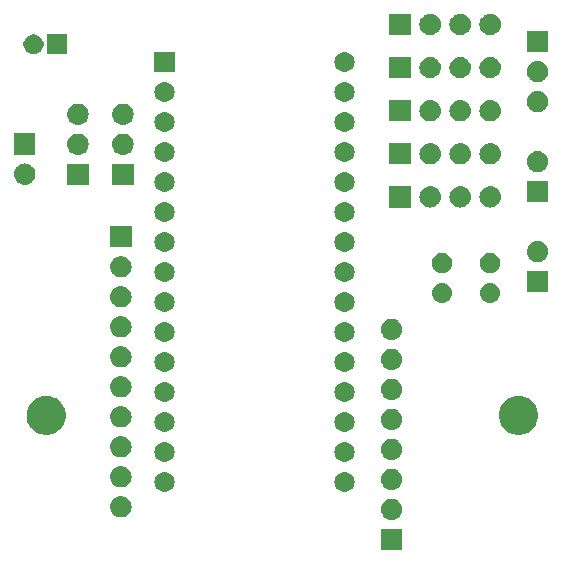
<source format=gbr>
%TF.GenerationSoftware,KiCad,Pcbnew,(5.0.1-3-g963ef8bb5)*%
%TF.CreationDate,2019-05-01T13:18:59-04:00*%
%TF.ProjectId,VHSBase,564853426173652E6B696361645F7063,rev?*%
%TF.SameCoordinates,Original*%
%TF.FileFunction,Soldermask,Top*%
%TF.FilePolarity,Negative*%
%FSLAX46Y46*%
G04 Gerber Fmt 4.6, Leading zero omitted, Abs format (unit mm)*
G04 Created by KiCad (PCBNEW (5.0.1-3-g963ef8bb5)) date Wednesday, May 01, 2019 at 01:18:59 pm*
%MOMM*%
%LPD*%
G01*
G04 APERTURE LIST*
%ADD10C,0.100000*%
G04 APERTURE END LIST*
D10*
G36*
X121101000Y-105001000D02*
X119299000Y-105001000D01*
X119299000Y-103199000D01*
X121101000Y-103199000D01*
X121101000Y-105001000D01*
X121101000Y-105001000D01*
G37*
G36*
X120310442Y-100665518D02*
X120376627Y-100672037D01*
X120487975Y-100705814D01*
X120546467Y-100723557D01*
X120685087Y-100797652D01*
X120702991Y-100807222D01*
X120738729Y-100836552D01*
X120840186Y-100919814D01*
X120923448Y-101021271D01*
X120952778Y-101057009D01*
X120952779Y-101057011D01*
X121036443Y-101213533D01*
X121036443Y-101213534D01*
X121087963Y-101383373D01*
X121105359Y-101560000D01*
X121087963Y-101736627D01*
X121053878Y-101848989D01*
X121036443Y-101906467D01*
X120962348Y-102045087D01*
X120952778Y-102062991D01*
X120923448Y-102098729D01*
X120840186Y-102200186D01*
X120738729Y-102283448D01*
X120702991Y-102312778D01*
X120702989Y-102312779D01*
X120546467Y-102396443D01*
X120489853Y-102413616D01*
X120376627Y-102447963D01*
X120310443Y-102454481D01*
X120244260Y-102461000D01*
X120155740Y-102461000D01*
X120089557Y-102454481D01*
X120023373Y-102447963D01*
X119910147Y-102413616D01*
X119853533Y-102396443D01*
X119697011Y-102312779D01*
X119697009Y-102312778D01*
X119661271Y-102283448D01*
X119559814Y-102200186D01*
X119476552Y-102098729D01*
X119447222Y-102062991D01*
X119437652Y-102045087D01*
X119363557Y-101906467D01*
X119346122Y-101848989D01*
X119312037Y-101736627D01*
X119294641Y-101560000D01*
X119312037Y-101383373D01*
X119363557Y-101213534D01*
X119363557Y-101213533D01*
X119447221Y-101057011D01*
X119447222Y-101057009D01*
X119476552Y-101021271D01*
X119559814Y-100919814D01*
X119661271Y-100836552D01*
X119697009Y-100807222D01*
X119714913Y-100797652D01*
X119853533Y-100723557D01*
X119912025Y-100705814D01*
X120023373Y-100672037D01*
X120089558Y-100665518D01*
X120155740Y-100659000D01*
X120244260Y-100659000D01*
X120310442Y-100665518D01*
X120310442Y-100665518D01*
G37*
G36*
X97392443Y-100451519D02*
X97458627Y-100458037D01*
X97571853Y-100492384D01*
X97628467Y-100509557D01*
X97767087Y-100583652D01*
X97784991Y-100593222D01*
X97820729Y-100622552D01*
X97922186Y-100705814D01*
X98005407Y-100807221D01*
X98034778Y-100843009D01*
X98034779Y-100843011D01*
X98118443Y-100999533D01*
X98118443Y-100999534D01*
X98169963Y-101169373D01*
X98187359Y-101346000D01*
X98169963Y-101522627D01*
X98158626Y-101560000D01*
X98118443Y-101692467D01*
X98044348Y-101831087D01*
X98034778Y-101848991D01*
X98005448Y-101884729D01*
X97922186Y-101986186D01*
X97828600Y-102062989D01*
X97784991Y-102098778D01*
X97784989Y-102098779D01*
X97628467Y-102182443D01*
X97571853Y-102199616D01*
X97458627Y-102233963D01*
X97392443Y-102240481D01*
X97326260Y-102247000D01*
X97237740Y-102247000D01*
X97171557Y-102240481D01*
X97105373Y-102233963D01*
X96992147Y-102199616D01*
X96935533Y-102182443D01*
X96779011Y-102098779D01*
X96779009Y-102098778D01*
X96735400Y-102062989D01*
X96641814Y-101986186D01*
X96558552Y-101884729D01*
X96529222Y-101848991D01*
X96519652Y-101831087D01*
X96445557Y-101692467D01*
X96405374Y-101560000D01*
X96394037Y-101522627D01*
X96376641Y-101346000D01*
X96394037Y-101169373D01*
X96445557Y-100999534D01*
X96445557Y-100999533D01*
X96529221Y-100843011D01*
X96529222Y-100843009D01*
X96558593Y-100807221D01*
X96641814Y-100705814D01*
X96743271Y-100622552D01*
X96779009Y-100593222D01*
X96796913Y-100583652D01*
X96935533Y-100509557D01*
X96992147Y-100492384D01*
X97105373Y-100458037D01*
X97171557Y-100451519D01*
X97237740Y-100445000D01*
X97326260Y-100445000D01*
X97392443Y-100451519D01*
X97392443Y-100451519D01*
G37*
G36*
X116381821Y-98416313D02*
X116381824Y-98416314D01*
X116381825Y-98416314D01*
X116542239Y-98464975D01*
X116542241Y-98464976D01*
X116542244Y-98464977D01*
X116690078Y-98543995D01*
X116819659Y-98650341D01*
X116926005Y-98779922D01*
X117005023Y-98927756D01*
X117005024Y-98927759D01*
X117005025Y-98927761D01*
X117021668Y-98982627D01*
X117053687Y-99088179D01*
X117070117Y-99255000D01*
X117053687Y-99421821D01*
X117053686Y-99421824D01*
X117053686Y-99421825D01*
X117012142Y-99558779D01*
X117005023Y-99582244D01*
X116926005Y-99730078D01*
X116819659Y-99859659D01*
X116690078Y-99966005D01*
X116542244Y-100045023D01*
X116542241Y-100045024D01*
X116542239Y-100045025D01*
X116381825Y-100093686D01*
X116381824Y-100093686D01*
X116381821Y-100093687D01*
X116256804Y-100106000D01*
X116173196Y-100106000D01*
X116048179Y-100093687D01*
X116048176Y-100093686D01*
X116048175Y-100093686D01*
X115887761Y-100045025D01*
X115887759Y-100045024D01*
X115887756Y-100045023D01*
X115739922Y-99966005D01*
X115610341Y-99859659D01*
X115503995Y-99730078D01*
X115424977Y-99582244D01*
X115417859Y-99558779D01*
X115376314Y-99421825D01*
X115376314Y-99421824D01*
X115376313Y-99421821D01*
X115359883Y-99255000D01*
X115376313Y-99088179D01*
X115408332Y-98982627D01*
X115424975Y-98927761D01*
X115424976Y-98927759D01*
X115424977Y-98927756D01*
X115503995Y-98779922D01*
X115610341Y-98650341D01*
X115739922Y-98543995D01*
X115887756Y-98464977D01*
X115887759Y-98464976D01*
X115887761Y-98464975D01*
X116048175Y-98416314D01*
X116048176Y-98416314D01*
X116048179Y-98416313D01*
X116173196Y-98404000D01*
X116256804Y-98404000D01*
X116381821Y-98416313D01*
X116381821Y-98416313D01*
G37*
G36*
X101141821Y-98416313D02*
X101141824Y-98416314D01*
X101141825Y-98416314D01*
X101302239Y-98464975D01*
X101302241Y-98464976D01*
X101302244Y-98464977D01*
X101450078Y-98543995D01*
X101579659Y-98650341D01*
X101686005Y-98779922D01*
X101765023Y-98927756D01*
X101765024Y-98927759D01*
X101765025Y-98927761D01*
X101781668Y-98982627D01*
X101813687Y-99088179D01*
X101830117Y-99255000D01*
X101813687Y-99421821D01*
X101813686Y-99421824D01*
X101813686Y-99421825D01*
X101772142Y-99558779D01*
X101765023Y-99582244D01*
X101686005Y-99730078D01*
X101579659Y-99859659D01*
X101450078Y-99966005D01*
X101302244Y-100045023D01*
X101302241Y-100045024D01*
X101302239Y-100045025D01*
X101141825Y-100093686D01*
X101141824Y-100093686D01*
X101141821Y-100093687D01*
X101016804Y-100106000D01*
X100933196Y-100106000D01*
X100808179Y-100093687D01*
X100808176Y-100093686D01*
X100808175Y-100093686D01*
X100647761Y-100045025D01*
X100647759Y-100045024D01*
X100647756Y-100045023D01*
X100499922Y-99966005D01*
X100370341Y-99859659D01*
X100263995Y-99730078D01*
X100184977Y-99582244D01*
X100177859Y-99558779D01*
X100136314Y-99421825D01*
X100136314Y-99421824D01*
X100136313Y-99421821D01*
X100119883Y-99255000D01*
X100136313Y-99088179D01*
X100168332Y-98982627D01*
X100184975Y-98927761D01*
X100184976Y-98927759D01*
X100184977Y-98927756D01*
X100263995Y-98779922D01*
X100370341Y-98650341D01*
X100499922Y-98543995D01*
X100647756Y-98464977D01*
X100647759Y-98464976D01*
X100647761Y-98464975D01*
X100808175Y-98416314D01*
X100808176Y-98416314D01*
X100808179Y-98416313D01*
X100933196Y-98404000D01*
X101016804Y-98404000D01*
X101141821Y-98416313D01*
X101141821Y-98416313D01*
G37*
G36*
X120310443Y-98125519D02*
X120376627Y-98132037D01*
X120487975Y-98165814D01*
X120546467Y-98183557D01*
X120685087Y-98257652D01*
X120702991Y-98267222D01*
X120738729Y-98296552D01*
X120840186Y-98379814D01*
X120910076Y-98464977D01*
X120952778Y-98517009D01*
X120952779Y-98517011D01*
X121036443Y-98673533D01*
X121036443Y-98673534D01*
X121087963Y-98843373D01*
X121105359Y-99020000D01*
X121087963Y-99196627D01*
X121053878Y-99308989D01*
X121036443Y-99366467D01*
X120962348Y-99505087D01*
X120952778Y-99522991D01*
X120923448Y-99558729D01*
X120840186Y-99660186D01*
X120755021Y-99730078D01*
X120702991Y-99772778D01*
X120702989Y-99772779D01*
X120546467Y-99856443D01*
X120489853Y-99873616D01*
X120376627Y-99907963D01*
X120310443Y-99914481D01*
X120244260Y-99921000D01*
X120155740Y-99921000D01*
X120089557Y-99914481D01*
X120023373Y-99907963D01*
X119910147Y-99873616D01*
X119853533Y-99856443D01*
X119697011Y-99772779D01*
X119697009Y-99772778D01*
X119644979Y-99730078D01*
X119559814Y-99660186D01*
X119476552Y-99558729D01*
X119447222Y-99522991D01*
X119437652Y-99505087D01*
X119363557Y-99366467D01*
X119346122Y-99308989D01*
X119312037Y-99196627D01*
X119294641Y-99020000D01*
X119312037Y-98843373D01*
X119363557Y-98673534D01*
X119363557Y-98673533D01*
X119447221Y-98517011D01*
X119447222Y-98517009D01*
X119489924Y-98464977D01*
X119559814Y-98379814D01*
X119661271Y-98296552D01*
X119697009Y-98267222D01*
X119714913Y-98257652D01*
X119853533Y-98183557D01*
X119912025Y-98165814D01*
X120023373Y-98132037D01*
X120089557Y-98125519D01*
X120155740Y-98119000D01*
X120244260Y-98119000D01*
X120310443Y-98125519D01*
X120310443Y-98125519D01*
G37*
G36*
X97392442Y-97911518D02*
X97458627Y-97918037D01*
X97571853Y-97952384D01*
X97628467Y-97969557D01*
X97767087Y-98043652D01*
X97784991Y-98053222D01*
X97820729Y-98082552D01*
X97922186Y-98165814D01*
X98005407Y-98267221D01*
X98034778Y-98303009D01*
X98034779Y-98303011D01*
X98118443Y-98459533D01*
X98118443Y-98459534D01*
X98169963Y-98629373D01*
X98187359Y-98806000D01*
X98169963Y-98982627D01*
X98158626Y-99020000D01*
X98118443Y-99152467D01*
X98063637Y-99255000D01*
X98034778Y-99308991D01*
X98005448Y-99344729D01*
X97922186Y-99446186D01*
X97828600Y-99522989D01*
X97784991Y-99558778D01*
X97784989Y-99558779D01*
X97628467Y-99642443D01*
X97571853Y-99659616D01*
X97458627Y-99693963D01*
X97392442Y-99700482D01*
X97326260Y-99707000D01*
X97237740Y-99707000D01*
X97171558Y-99700482D01*
X97105373Y-99693963D01*
X96992147Y-99659616D01*
X96935533Y-99642443D01*
X96779011Y-99558779D01*
X96779009Y-99558778D01*
X96735400Y-99522989D01*
X96641814Y-99446186D01*
X96558552Y-99344729D01*
X96529222Y-99308991D01*
X96500363Y-99255000D01*
X96445557Y-99152467D01*
X96405374Y-99020000D01*
X96394037Y-98982627D01*
X96376641Y-98806000D01*
X96394037Y-98629373D01*
X96445557Y-98459534D01*
X96445557Y-98459533D01*
X96529221Y-98303011D01*
X96529222Y-98303009D01*
X96558593Y-98267221D01*
X96641814Y-98165814D01*
X96743271Y-98082552D01*
X96779009Y-98053222D01*
X96796913Y-98043652D01*
X96935533Y-97969557D01*
X96992147Y-97952384D01*
X97105373Y-97918037D01*
X97171558Y-97911518D01*
X97237740Y-97905000D01*
X97326260Y-97905000D01*
X97392442Y-97911518D01*
X97392442Y-97911518D01*
G37*
G36*
X101141821Y-95876313D02*
X101141824Y-95876314D01*
X101141825Y-95876314D01*
X101302239Y-95924975D01*
X101302241Y-95924976D01*
X101302244Y-95924977D01*
X101450078Y-96003995D01*
X101579659Y-96110341D01*
X101686005Y-96239922D01*
X101765023Y-96387756D01*
X101765024Y-96387759D01*
X101765025Y-96387761D01*
X101781668Y-96442627D01*
X101813687Y-96548179D01*
X101830117Y-96715000D01*
X101813687Y-96881821D01*
X101813686Y-96881824D01*
X101813686Y-96881825D01*
X101772142Y-97018779D01*
X101765023Y-97042244D01*
X101686005Y-97190078D01*
X101579659Y-97319659D01*
X101450078Y-97426005D01*
X101302244Y-97505023D01*
X101302241Y-97505024D01*
X101302239Y-97505025D01*
X101141825Y-97553686D01*
X101141824Y-97553686D01*
X101141821Y-97553687D01*
X101016804Y-97566000D01*
X100933196Y-97566000D01*
X100808179Y-97553687D01*
X100808176Y-97553686D01*
X100808175Y-97553686D01*
X100647761Y-97505025D01*
X100647759Y-97505024D01*
X100647756Y-97505023D01*
X100499922Y-97426005D01*
X100370341Y-97319659D01*
X100263995Y-97190078D01*
X100184977Y-97042244D01*
X100177859Y-97018779D01*
X100136314Y-96881825D01*
X100136314Y-96881824D01*
X100136313Y-96881821D01*
X100119883Y-96715000D01*
X100136313Y-96548179D01*
X100168332Y-96442627D01*
X100184975Y-96387761D01*
X100184976Y-96387759D01*
X100184977Y-96387756D01*
X100263995Y-96239922D01*
X100370341Y-96110341D01*
X100499922Y-96003995D01*
X100647756Y-95924977D01*
X100647759Y-95924976D01*
X100647761Y-95924975D01*
X100808175Y-95876314D01*
X100808176Y-95876314D01*
X100808179Y-95876313D01*
X100933196Y-95864000D01*
X101016804Y-95864000D01*
X101141821Y-95876313D01*
X101141821Y-95876313D01*
G37*
G36*
X116381821Y-95876313D02*
X116381824Y-95876314D01*
X116381825Y-95876314D01*
X116542239Y-95924975D01*
X116542241Y-95924976D01*
X116542244Y-95924977D01*
X116690078Y-96003995D01*
X116819659Y-96110341D01*
X116926005Y-96239922D01*
X117005023Y-96387756D01*
X117005024Y-96387759D01*
X117005025Y-96387761D01*
X117021668Y-96442627D01*
X117053687Y-96548179D01*
X117070117Y-96715000D01*
X117053687Y-96881821D01*
X117053686Y-96881824D01*
X117053686Y-96881825D01*
X117012142Y-97018779D01*
X117005023Y-97042244D01*
X116926005Y-97190078D01*
X116819659Y-97319659D01*
X116690078Y-97426005D01*
X116542244Y-97505023D01*
X116542241Y-97505024D01*
X116542239Y-97505025D01*
X116381825Y-97553686D01*
X116381824Y-97553686D01*
X116381821Y-97553687D01*
X116256804Y-97566000D01*
X116173196Y-97566000D01*
X116048179Y-97553687D01*
X116048176Y-97553686D01*
X116048175Y-97553686D01*
X115887761Y-97505025D01*
X115887759Y-97505024D01*
X115887756Y-97505023D01*
X115739922Y-97426005D01*
X115610341Y-97319659D01*
X115503995Y-97190078D01*
X115424977Y-97042244D01*
X115417859Y-97018779D01*
X115376314Y-96881825D01*
X115376314Y-96881824D01*
X115376313Y-96881821D01*
X115359883Y-96715000D01*
X115376313Y-96548179D01*
X115408332Y-96442627D01*
X115424975Y-96387761D01*
X115424976Y-96387759D01*
X115424977Y-96387756D01*
X115503995Y-96239922D01*
X115610341Y-96110341D01*
X115739922Y-96003995D01*
X115887756Y-95924977D01*
X115887759Y-95924976D01*
X115887761Y-95924975D01*
X116048175Y-95876314D01*
X116048176Y-95876314D01*
X116048179Y-95876313D01*
X116173196Y-95864000D01*
X116256804Y-95864000D01*
X116381821Y-95876313D01*
X116381821Y-95876313D01*
G37*
G36*
X120310443Y-95585519D02*
X120376627Y-95592037D01*
X120487975Y-95625814D01*
X120546467Y-95643557D01*
X120685087Y-95717652D01*
X120702991Y-95727222D01*
X120738729Y-95756552D01*
X120840186Y-95839814D01*
X120910076Y-95924977D01*
X120952778Y-95977009D01*
X120952779Y-95977011D01*
X121036443Y-96133533D01*
X121036443Y-96133534D01*
X121087963Y-96303373D01*
X121105359Y-96480000D01*
X121087963Y-96656627D01*
X121053878Y-96768989D01*
X121036443Y-96826467D01*
X120962348Y-96965087D01*
X120952778Y-96982991D01*
X120923448Y-97018729D01*
X120840186Y-97120186D01*
X120755021Y-97190078D01*
X120702991Y-97232778D01*
X120702989Y-97232779D01*
X120546467Y-97316443D01*
X120489853Y-97333616D01*
X120376627Y-97367963D01*
X120310443Y-97374481D01*
X120244260Y-97381000D01*
X120155740Y-97381000D01*
X120089558Y-97374482D01*
X120023373Y-97367963D01*
X119910147Y-97333616D01*
X119853533Y-97316443D01*
X119697011Y-97232779D01*
X119697009Y-97232778D01*
X119644979Y-97190078D01*
X119559814Y-97120186D01*
X119476552Y-97018729D01*
X119447222Y-96982991D01*
X119437652Y-96965087D01*
X119363557Y-96826467D01*
X119346122Y-96768989D01*
X119312037Y-96656627D01*
X119294641Y-96480000D01*
X119312037Y-96303373D01*
X119363557Y-96133534D01*
X119363557Y-96133533D01*
X119447221Y-95977011D01*
X119447222Y-95977009D01*
X119489924Y-95924977D01*
X119559814Y-95839814D01*
X119661271Y-95756552D01*
X119697009Y-95727222D01*
X119714913Y-95717652D01*
X119853533Y-95643557D01*
X119912025Y-95625814D01*
X120023373Y-95592037D01*
X120089558Y-95585518D01*
X120155740Y-95579000D01*
X120244260Y-95579000D01*
X120310443Y-95585519D01*
X120310443Y-95585519D01*
G37*
G36*
X97392443Y-95371519D02*
X97458627Y-95378037D01*
X97571853Y-95412384D01*
X97628467Y-95429557D01*
X97767087Y-95503652D01*
X97784991Y-95513222D01*
X97820729Y-95542552D01*
X97922186Y-95625814D01*
X98005407Y-95727221D01*
X98034778Y-95763009D01*
X98034779Y-95763011D01*
X98118443Y-95919533D01*
X98118443Y-95919534D01*
X98169963Y-96089373D01*
X98187359Y-96266000D01*
X98169963Y-96442627D01*
X98158626Y-96480000D01*
X98118443Y-96612467D01*
X98063637Y-96715000D01*
X98034778Y-96768991D01*
X98005448Y-96804729D01*
X97922186Y-96906186D01*
X97828600Y-96982989D01*
X97784991Y-97018778D01*
X97784989Y-97018779D01*
X97628467Y-97102443D01*
X97571853Y-97119616D01*
X97458627Y-97153963D01*
X97392443Y-97160481D01*
X97326260Y-97167000D01*
X97237740Y-97167000D01*
X97171557Y-97160481D01*
X97105373Y-97153963D01*
X96992147Y-97119616D01*
X96935533Y-97102443D01*
X96779011Y-97018779D01*
X96779009Y-97018778D01*
X96735400Y-96982989D01*
X96641814Y-96906186D01*
X96558552Y-96804729D01*
X96529222Y-96768991D01*
X96500363Y-96715000D01*
X96445557Y-96612467D01*
X96405374Y-96480000D01*
X96394037Y-96442627D01*
X96376641Y-96266000D01*
X96394037Y-96089373D01*
X96445557Y-95919534D01*
X96445557Y-95919533D01*
X96529221Y-95763011D01*
X96529222Y-95763009D01*
X96558593Y-95727221D01*
X96641814Y-95625814D01*
X96743271Y-95542552D01*
X96779009Y-95513222D01*
X96796913Y-95503652D01*
X96935533Y-95429557D01*
X96992147Y-95412384D01*
X97105373Y-95378037D01*
X97171557Y-95371519D01*
X97237740Y-95365000D01*
X97326260Y-95365000D01*
X97392443Y-95371519D01*
X97392443Y-95371519D01*
G37*
G36*
X131325256Y-91991298D02*
X131431579Y-92012447D01*
X131732042Y-92136903D01*
X131755802Y-92152779D01*
X132002454Y-92317587D01*
X132232413Y-92547546D01*
X132232415Y-92547549D01*
X132413097Y-92817958D01*
X132524047Y-93085814D01*
X132537553Y-93118422D01*
X132600925Y-93437011D01*
X132601000Y-93437391D01*
X132601000Y-93762609D01*
X132537553Y-94081579D01*
X132449550Y-94294037D01*
X132429756Y-94341825D01*
X132413097Y-94382042D01*
X132280702Y-94580185D01*
X132232413Y-94652454D01*
X132002454Y-94882413D01*
X132002451Y-94882415D01*
X131732042Y-95063097D01*
X131431579Y-95187553D01*
X131325256Y-95208702D01*
X131112611Y-95251000D01*
X130787389Y-95251000D01*
X130574744Y-95208702D01*
X130468421Y-95187553D01*
X130167958Y-95063097D01*
X129897549Y-94882415D01*
X129897546Y-94882413D01*
X129667587Y-94652454D01*
X129619298Y-94580185D01*
X129486903Y-94382042D01*
X129470245Y-94341825D01*
X129450450Y-94294037D01*
X129362447Y-94081579D01*
X129299000Y-93762609D01*
X129299000Y-93437391D01*
X129299076Y-93437011D01*
X129362447Y-93118422D01*
X129375954Y-93085814D01*
X129486903Y-92817958D01*
X129667585Y-92547549D01*
X129667587Y-92547546D01*
X129897546Y-92317587D01*
X130144198Y-92152779D01*
X130167958Y-92136903D01*
X130468421Y-92012447D01*
X130574744Y-91991298D01*
X130787389Y-91949000D01*
X131112611Y-91949000D01*
X131325256Y-91991298D01*
X131325256Y-91991298D01*
G37*
G36*
X91325256Y-91991298D02*
X91431579Y-92012447D01*
X91732042Y-92136903D01*
X91755802Y-92152779D01*
X92002454Y-92317587D01*
X92232413Y-92547546D01*
X92232415Y-92547549D01*
X92413097Y-92817958D01*
X92524047Y-93085814D01*
X92537553Y-93118422D01*
X92600925Y-93437011D01*
X92601000Y-93437391D01*
X92601000Y-93762609D01*
X92537553Y-94081579D01*
X92449550Y-94294037D01*
X92429756Y-94341825D01*
X92413097Y-94382042D01*
X92280702Y-94580185D01*
X92232413Y-94652454D01*
X92002454Y-94882413D01*
X92002451Y-94882415D01*
X91732042Y-95063097D01*
X91431579Y-95187553D01*
X91325256Y-95208702D01*
X91112611Y-95251000D01*
X90787389Y-95251000D01*
X90574744Y-95208702D01*
X90468421Y-95187553D01*
X90167958Y-95063097D01*
X89897549Y-94882415D01*
X89897546Y-94882413D01*
X89667587Y-94652454D01*
X89619298Y-94580185D01*
X89486903Y-94382042D01*
X89470245Y-94341825D01*
X89450450Y-94294037D01*
X89362447Y-94081579D01*
X89299000Y-93762609D01*
X89299000Y-93437391D01*
X89299076Y-93437011D01*
X89362447Y-93118422D01*
X89375954Y-93085814D01*
X89486903Y-92817958D01*
X89667585Y-92547549D01*
X89667587Y-92547546D01*
X89897546Y-92317587D01*
X90144198Y-92152779D01*
X90167958Y-92136903D01*
X90468421Y-92012447D01*
X90574744Y-91991298D01*
X90787389Y-91949000D01*
X91112611Y-91949000D01*
X91325256Y-91991298D01*
X91325256Y-91991298D01*
G37*
G36*
X116381821Y-93336313D02*
X116381824Y-93336314D01*
X116381825Y-93336314D01*
X116542239Y-93384975D01*
X116542241Y-93384976D01*
X116542244Y-93384977D01*
X116690078Y-93463995D01*
X116819659Y-93570341D01*
X116926005Y-93699922D01*
X117005023Y-93847756D01*
X117005024Y-93847759D01*
X117005025Y-93847761D01*
X117021668Y-93902627D01*
X117053687Y-94008179D01*
X117070117Y-94175000D01*
X117053687Y-94341821D01*
X117053686Y-94341824D01*
X117053686Y-94341825D01*
X117012142Y-94478779D01*
X117005023Y-94502244D01*
X116926005Y-94650078D01*
X116819659Y-94779659D01*
X116690078Y-94886005D01*
X116542244Y-94965023D01*
X116542241Y-94965024D01*
X116542239Y-94965025D01*
X116381825Y-95013686D01*
X116381824Y-95013686D01*
X116381821Y-95013687D01*
X116256804Y-95026000D01*
X116173196Y-95026000D01*
X116048179Y-95013687D01*
X116048176Y-95013686D01*
X116048175Y-95013686D01*
X115887761Y-94965025D01*
X115887759Y-94965024D01*
X115887756Y-94965023D01*
X115739922Y-94886005D01*
X115610341Y-94779659D01*
X115503995Y-94650078D01*
X115424977Y-94502244D01*
X115417859Y-94478779D01*
X115376314Y-94341825D01*
X115376314Y-94341824D01*
X115376313Y-94341821D01*
X115359883Y-94175000D01*
X115376313Y-94008179D01*
X115408332Y-93902627D01*
X115424975Y-93847761D01*
X115424976Y-93847759D01*
X115424977Y-93847756D01*
X115503995Y-93699922D01*
X115610341Y-93570341D01*
X115739922Y-93463995D01*
X115887756Y-93384977D01*
X115887759Y-93384976D01*
X115887761Y-93384975D01*
X116048175Y-93336314D01*
X116048176Y-93336314D01*
X116048179Y-93336313D01*
X116173196Y-93324000D01*
X116256804Y-93324000D01*
X116381821Y-93336313D01*
X116381821Y-93336313D01*
G37*
G36*
X101141821Y-93336313D02*
X101141824Y-93336314D01*
X101141825Y-93336314D01*
X101302239Y-93384975D01*
X101302241Y-93384976D01*
X101302244Y-93384977D01*
X101450078Y-93463995D01*
X101579659Y-93570341D01*
X101686005Y-93699922D01*
X101765023Y-93847756D01*
X101765024Y-93847759D01*
X101765025Y-93847761D01*
X101781668Y-93902627D01*
X101813687Y-94008179D01*
X101830117Y-94175000D01*
X101813687Y-94341821D01*
X101813686Y-94341824D01*
X101813686Y-94341825D01*
X101772142Y-94478779D01*
X101765023Y-94502244D01*
X101686005Y-94650078D01*
X101579659Y-94779659D01*
X101450078Y-94886005D01*
X101302244Y-94965023D01*
X101302241Y-94965024D01*
X101302239Y-94965025D01*
X101141825Y-95013686D01*
X101141824Y-95013686D01*
X101141821Y-95013687D01*
X101016804Y-95026000D01*
X100933196Y-95026000D01*
X100808179Y-95013687D01*
X100808176Y-95013686D01*
X100808175Y-95013686D01*
X100647761Y-94965025D01*
X100647759Y-94965024D01*
X100647756Y-94965023D01*
X100499922Y-94886005D01*
X100370341Y-94779659D01*
X100263995Y-94650078D01*
X100184977Y-94502244D01*
X100177859Y-94478779D01*
X100136314Y-94341825D01*
X100136314Y-94341824D01*
X100136313Y-94341821D01*
X100119883Y-94175000D01*
X100136313Y-94008179D01*
X100168332Y-93902627D01*
X100184975Y-93847761D01*
X100184976Y-93847759D01*
X100184977Y-93847756D01*
X100263995Y-93699922D01*
X100370341Y-93570341D01*
X100499922Y-93463995D01*
X100647756Y-93384977D01*
X100647759Y-93384976D01*
X100647761Y-93384975D01*
X100808175Y-93336314D01*
X100808176Y-93336314D01*
X100808179Y-93336313D01*
X100933196Y-93324000D01*
X101016804Y-93324000D01*
X101141821Y-93336313D01*
X101141821Y-93336313D01*
G37*
G36*
X120310442Y-93045518D02*
X120376627Y-93052037D01*
X120487975Y-93085814D01*
X120546467Y-93103557D01*
X120685087Y-93177652D01*
X120702991Y-93187222D01*
X120738729Y-93216552D01*
X120840186Y-93299814D01*
X120910076Y-93384977D01*
X120952778Y-93437009D01*
X120952779Y-93437011D01*
X121036443Y-93593533D01*
X121036443Y-93593534D01*
X121087963Y-93763373D01*
X121105359Y-93940000D01*
X121087963Y-94116627D01*
X121053878Y-94228989D01*
X121036443Y-94286467D01*
X120985357Y-94382040D01*
X120952778Y-94442991D01*
X120923448Y-94478729D01*
X120840186Y-94580186D01*
X120752126Y-94652454D01*
X120702991Y-94692778D01*
X120702989Y-94692779D01*
X120546467Y-94776443D01*
X120489853Y-94793616D01*
X120376627Y-94827963D01*
X120310443Y-94834481D01*
X120244260Y-94841000D01*
X120155740Y-94841000D01*
X120089557Y-94834481D01*
X120023373Y-94827963D01*
X119910147Y-94793616D01*
X119853533Y-94776443D01*
X119697011Y-94692779D01*
X119697009Y-94692778D01*
X119647874Y-94652454D01*
X119559814Y-94580186D01*
X119476552Y-94478729D01*
X119447222Y-94442991D01*
X119414643Y-94382040D01*
X119363557Y-94286467D01*
X119346122Y-94228989D01*
X119312037Y-94116627D01*
X119294641Y-93940000D01*
X119312037Y-93763373D01*
X119363557Y-93593534D01*
X119363557Y-93593533D01*
X119447221Y-93437011D01*
X119447222Y-93437009D01*
X119489924Y-93384977D01*
X119559814Y-93299814D01*
X119661271Y-93216552D01*
X119697009Y-93187222D01*
X119714913Y-93177652D01*
X119853533Y-93103557D01*
X119912025Y-93085814D01*
X120023373Y-93052037D01*
X120089558Y-93045518D01*
X120155740Y-93039000D01*
X120244260Y-93039000D01*
X120310442Y-93045518D01*
X120310442Y-93045518D01*
G37*
G36*
X97392442Y-92831518D02*
X97458627Y-92838037D01*
X97571853Y-92872384D01*
X97628467Y-92889557D01*
X97767087Y-92963652D01*
X97784991Y-92973222D01*
X97820729Y-93002552D01*
X97922186Y-93085814D01*
X98005407Y-93187221D01*
X98034778Y-93223009D01*
X98034779Y-93223011D01*
X98118443Y-93379533D01*
X98118443Y-93379534D01*
X98169963Y-93549373D01*
X98187359Y-93726000D01*
X98169963Y-93902627D01*
X98158626Y-93940000D01*
X98118443Y-94072467D01*
X98063637Y-94175000D01*
X98034778Y-94228991D01*
X98005448Y-94264729D01*
X97922186Y-94366186D01*
X97828600Y-94442989D01*
X97784991Y-94478778D01*
X97784989Y-94478779D01*
X97628467Y-94562443D01*
X97571853Y-94579616D01*
X97458627Y-94613963D01*
X97392443Y-94620481D01*
X97326260Y-94627000D01*
X97237740Y-94627000D01*
X97171557Y-94620481D01*
X97105373Y-94613963D01*
X96992147Y-94579616D01*
X96935533Y-94562443D01*
X96779011Y-94478779D01*
X96779009Y-94478778D01*
X96735400Y-94442989D01*
X96641814Y-94366186D01*
X96558552Y-94264729D01*
X96529222Y-94228991D01*
X96500363Y-94175000D01*
X96445557Y-94072467D01*
X96405374Y-93940000D01*
X96394037Y-93902627D01*
X96376641Y-93726000D01*
X96394037Y-93549373D01*
X96445557Y-93379534D01*
X96445557Y-93379533D01*
X96529221Y-93223011D01*
X96529222Y-93223009D01*
X96558593Y-93187221D01*
X96641814Y-93085814D01*
X96743271Y-93002552D01*
X96779009Y-92973222D01*
X96796913Y-92963652D01*
X96935533Y-92889557D01*
X96992147Y-92872384D01*
X97105373Y-92838037D01*
X97171558Y-92831518D01*
X97237740Y-92825000D01*
X97326260Y-92825000D01*
X97392442Y-92831518D01*
X97392442Y-92831518D01*
G37*
G36*
X101141821Y-90796313D02*
X101141824Y-90796314D01*
X101141825Y-90796314D01*
X101302239Y-90844975D01*
X101302241Y-90844976D01*
X101302244Y-90844977D01*
X101450078Y-90923995D01*
X101579659Y-91030341D01*
X101686005Y-91159922D01*
X101765023Y-91307756D01*
X101765024Y-91307759D01*
X101765025Y-91307761D01*
X101781668Y-91362627D01*
X101813687Y-91468179D01*
X101830117Y-91635000D01*
X101813687Y-91801821D01*
X101813686Y-91801824D01*
X101813686Y-91801825D01*
X101772142Y-91938779D01*
X101765023Y-91962244D01*
X101686005Y-92110078D01*
X101579659Y-92239659D01*
X101450078Y-92346005D01*
X101302244Y-92425023D01*
X101302241Y-92425024D01*
X101302239Y-92425025D01*
X101141825Y-92473686D01*
X101141824Y-92473686D01*
X101141821Y-92473687D01*
X101016804Y-92486000D01*
X100933196Y-92486000D01*
X100808179Y-92473687D01*
X100808176Y-92473686D01*
X100808175Y-92473686D01*
X100647761Y-92425025D01*
X100647759Y-92425024D01*
X100647756Y-92425023D01*
X100499922Y-92346005D01*
X100370341Y-92239659D01*
X100263995Y-92110078D01*
X100184977Y-91962244D01*
X100177859Y-91938779D01*
X100136314Y-91801825D01*
X100136314Y-91801824D01*
X100136313Y-91801821D01*
X100119883Y-91635000D01*
X100136313Y-91468179D01*
X100168332Y-91362627D01*
X100184975Y-91307761D01*
X100184976Y-91307759D01*
X100184977Y-91307756D01*
X100263995Y-91159922D01*
X100370341Y-91030341D01*
X100499922Y-90923995D01*
X100647756Y-90844977D01*
X100647759Y-90844976D01*
X100647761Y-90844975D01*
X100808175Y-90796314D01*
X100808176Y-90796314D01*
X100808179Y-90796313D01*
X100933196Y-90784000D01*
X101016804Y-90784000D01*
X101141821Y-90796313D01*
X101141821Y-90796313D01*
G37*
G36*
X116381821Y-90796313D02*
X116381824Y-90796314D01*
X116381825Y-90796314D01*
X116542239Y-90844975D01*
X116542241Y-90844976D01*
X116542244Y-90844977D01*
X116690078Y-90923995D01*
X116819659Y-91030341D01*
X116926005Y-91159922D01*
X117005023Y-91307756D01*
X117005024Y-91307759D01*
X117005025Y-91307761D01*
X117021668Y-91362627D01*
X117053687Y-91468179D01*
X117070117Y-91635000D01*
X117053687Y-91801821D01*
X117053686Y-91801824D01*
X117053686Y-91801825D01*
X117012142Y-91938779D01*
X117005023Y-91962244D01*
X116926005Y-92110078D01*
X116819659Y-92239659D01*
X116690078Y-92346005D01*
X116542244Y-92425023D01*
X116542241Y-92425024D01*
X116542239Y-92425025D01*
X116381825Y-92473686D01*
X116381824Y-92473686D01*
X116381821Y-92473687D01*
X116256804Y-92486000D01*
X116173196Y-92486000D01*
X116048179Y-92473687D01*
X116048176Y-92473686D01*
X116048175Y-92473686D01*
X115887761Y-92425025D01*
X115887759Y-92425024D01*
X115887756Y-92425023D01*
X115739922Y-92346005D01*
X115610341Y-92239659D01*
X115503995Y-92110078D01*
X115424977Y-91962244D01*
X115417859Y-91938779D01*
X115376314Y-91801825D01*
X115376314Y-91801824D01*
X115376313Y-91801821D01*
X115359883Y-91635000D01*
X115376313Y-91468179D01*
X115408332Y-91362627D01*
X115424975Y-91307761D01*
X115424976Y-91307759D01*
X115424977Y-91307756D01*
X115503995Y-91159922D01*
X115610341Y-91030341D01*
X115739922Y-90923995D01*
X115887756Y-90844977D01*
X115887759Y-90844976D01*
X115887761Y-90844975D01*
X116048175Y-90796314D01*
X116048176Y-90796314D01*
X116048179Y-90796313D01*
X116173196Y-90784000D01*
X116256804Y-90784000D01*
X116381821Y-90796313D01*
X116381821Y-90796313D01*
G37*
G36*
X120310442Y-90505518D02*
X120376627Y-90512037D01*
X120487975Y-90545814D01*
X120546467Y-90563557D01*
X120685087Y-90637652D01*
X120702991Y-90647222D01*
X120738729Y-90676552D01*
X120840186Y-90759814D01*
X120910076Y-90844977D01*
X120952778Y-90897009D01*
X120952779Y-90897011D01*
X121036443Y-91053533D01*
X121036443Y-91053534D01*
X121087963Y-91223373D01*
X121105359Y-91400000D01*
X121087963Y-91576627D01*
X121053878Y-91688989D01*
X121036443Y-91746467D01*
X120962348Y-91885087D01*
X120952778Y-91902991D01*
X120923448Y-91938729D01*
X120840186Y-92040186D01*
X120755021Y-92110078D01*
X120702991Y-92152778D01*
X120702989Y-92152779D01*
X120546467Y-92236443D01*
X120489853Y-92253616D01*
X120376627Y-92287963D01*
X120310442Y-92294482D01*
X120244260Y-92301000D01*
X120155740Y-92301000D01*
X120089558Y-92294482D01*
X120023373Y-92287963D01*
X119910147Y-92253616D01*
X119853533Y-92236443D01*
X119697011Y-92152779D01*
X119697009Y-92152778D01*
X119644979Y-92110078D01*
X119559814Y-92040186D01*
X119476552Y-91938729D01*
X119447222Y-91902991D01*
X119437652Y-91885087D01*
X119363557Y-91746467D01*
X119346122Y-91688989D01*
X119312037Y-91576627D01*
X119294641Y-91400000D01*
X119312037Y-91223373D01*
X119363557Y-91053534D01*
X119363557Y-91053533D01*
X119447221Y-90897011D01*
X119447222Y-90897009D01*
X119489924Y-90844977D01*
X119559814Y-90759814D01*
X119661271Y-90676552D01*
X119697009Y-90647222D01*
X119714913Y-90637652D01*
X119853533Y-90563557D01*
X119912025Y-90545814D01*
X120023373Y-90512037D01*
X120089558Y-90505518D01*
X120155740Y-90499000D01*
X120244260Y-90499000D01*
X120310442Y-90505518D01*
X120310442Y-90505518D01*
G37*
G36*
X97392443Y-90291519D02*
X97458627Y-90298037D01*
X97571853Y-90332384D01*
X97628467Y-90349557D01*
X97767087Y-90423652D01*
X97784991Y-90433222D01*
X97820729Y-90462552D01*
X97922186Y-90545814D01*
X98005407Y-90647221D01*
X98034778Y-90683009D01*
X98034779Y-90683011D01*
X98118443Y-90839533D01*
X98118443Y-90839534D01*
X98169963Y-91009373D01*
X98187359Y-91186000D01*
X98169963Y-91362627D01*
X98158626Y-91400000D01*
X98118443Y-91532467D01*
X98063637Y-91635000D01*
X98034778Y-91688991D01*
X98005448Y-91724729D01*
X97922186Y-91826186D01*
X97828600Y-91902989D01*
X97784991Y-91938778D01*
X97784989Y-91938779D01*
X97628467Y-92022443D01*
X97571853Y-92039616D01*
X97458627Y-92073963D01*
X97392443Y-92080481D01*
X97326260Y-92087000D01*
X97237740Y-92087000D01*
X97171557Y-92080481D01*
X97105373Y-92073963D01*
X96992147Y-92039616D01*
X96935533Y-92022443D01*
X96779011Y-91938779D01*
X96779009Y-91938778D01*
X96735400Y-91902989D01*
X96641814Y-91826186D01*
X96558552Y-91724729D01*
X96529222Y-91688991D01*
X96500363Y-91635000D01*
X96445557Y-91532467D01*
X96405374Y-91400000D01*
X96394037Y-91362627D01*
X96376641Y-91186000D01*
X96394037Y-91009373D01*
X96445557Y-90839534D01*
X96445557Y-90839533D01*
X96529221Y-90683011D01*
X96529222Y-90683009D01*
X96558593Y-90647221D01*
X96641814Y-90545814D01*
X96743271Y-90462552D01*
X96779009Y-90433222D01*
X96796913Y-90423652D01*
X96935533Y-90349557D01*
X96992147Y-90332384D01*
X97105373Y-90298037D01*
X97171557Y-90291519D01*
X97237740Y-90285000D01*
X97326260Y-90285000D01*
X97392443Y-90291519D01*
X97392443Y-90291519D01*
G37*
G36*
X101141821Y-88256313D02*
X101141824Y-88256314D01*
X101141825Y-88256314D01*
X101302239Y-88304975D01*
X101302241Y-88304976D01*
X101302244Y-88304977D01*
X101450078Y-88383995D01*
X101579659Y-88490341D01*
X101686005Y-88619922D01*
X101765023Y-88767756D01*
X101765024Y-88767759D01*
X101765025Y-88767761D01*
X101781668Y-88822627D01*
X101813687Y-88928179D01*
X101830117Y-89095000D01*
X101813687Y-89261821D01*
X101813686Y-89261824D01*
X101813686Y-89261825D01*
X101772142Y-89398779D01*
X101765023Y-89422244D01*
X101686005Y-89570078D01*
X101579659Y-89699659D01*
X101450078Y-89806005D01*
X101302244Y-89885023D01*
X101302241Y-89885024D01*
X101302239Y-89885025D01*
X101141825Y-89933686D01*
X101141824Y-89933686D01*
X101141821Y-89933687D01*
X101016804Y-89946000D01*
X100933196Y-89946000D01*
X100808179Y-89933687D01*
X100808176Y-89933686D01*
X100808175Y-89933686D01*
X100647761Y-89885025D01*
X100647759Y-89885024D01*
X100647756Y-89885023D01*
X100499922Y-89806005D01*
X100370341Y-89699659D01*
X100263995Y-89570078D01*
X100184977Y-89422244D01*
X100177859Y-89398779D01*
X100136314Y-89261825D01*
X100136314Y-89261824D01*
X100136313Y-89261821D01*
X100119883Y-89095000D01*
X100136313Y-88928179D01*
X100168332Y-88822627D01*
X100184975Y-88767761D01*
X100184976Y-88767759D01*
X100184977Y-88767756D01*
X100263995Y-88619922D01*
X100370341Y-88490341D01*
X100499922Y-88383995D01*
X100647756Y-88304977D01*
X100647759Y-88304976D01*
X100647761Y-88304975D01*
X100808175Y-88256314D01*
X100808176Y-88256314D01*
X100808179Y-88256313D01*
X100933196Y-88244000D01*
X101016804Y-88244000D01*
X101141821Y-88256313D01*
X101141821Y-88256313D01*
G37*
G36*
X116381821Y-88256313D02*
X116381824Y-88256314D01*
X116381825Y-88256314D01*
X116542239Y-88304975D01*
X116542241Y-88304976D01*
X116542244Y-88304977D01*
X116690078Y-88383995D01*
X116819659Y-88490341D01*
X116926005Y-88619922D01*
X117005023Y-88767756D01*
X117005024Y-88767759D01*
X117005025Y-88767761D01*
X117021668Y-88822627D01*
X117053687Y-88928179D01*
X117070117Y-89095000D01*
X117053687Y-89261821D01*
X117053686Y-89261824D01*
X117053686Y-89261825D01*
X117012142Y-89398779D01*
X117005023Y-89422244D01*
X116926005Y-89570078D01*
X116819659Y-89699659D01*
X116690078Y-89806005D01*
X116542244Y-89885023D01*
X116542241Y-89885024D01*
X116542239Y-89885025D01*
X116381825Y-89933686D01*
X116381824Y-89933686D01*
X116381821Y-89933687D01*
X116256804Y-89946000D01*
X116173196Y-89946000D01*
X116048179Y-89933687D01*
X116048176Y-89933686D01*
X116048175Y-89933686D01*
X115887761Y-89885025D01*
X115887759Y-89885024D01*
X115887756Y-89885023D01*
X115739922Y-89806005D01*
X115610341Y-89699659D01*
X115503995Y-89570078D01*
X115424977Y-89422244D01*
X115417859Y-89398779D01*
X115376314Y-89261825D01*
X115376314Y-89261824D01*
X115376313Y-89261821D01*
X115359883Y-89095000D01*
X115376313Y-88928179D01*
X115408332Y-88822627D01*
X115424975Y-88767761D01*
X115424976Y-88767759D01*
X115424977Y-88767756D01*
X115503995Y-88619922D01*
X115610341Y-88490341D01*
X115739922Y-88383995D01*
X115887756Y-88304977D01*
X115887759Y-88304976D01*
X115887761Y-88304975D01*
X116048175Y-88256314D01*
X116048176Y-88256314D01*
X116048179Y-88256313D01*
X116173196Y-88244000D01*
X116256804Y-88244000D01*
X116381821Y-88256313D01*
X116381821Y-88256313D01*
G37*
G36*
X120310443Y-87965519D02*
X120376627Y-87972037D01*
X120487975Y-88005814D01*
X120546467Y-88023557D01*
X120685087Y-88097652D01*
X120702991Y-88107222D01*
X120738729Y-88136552D01*
X120840186Y-88219814D01*
X120910076Y-88304977D01*
X120952778Y-88357009D01*
X120952779Y-88357011D01*
X121036443Y-88513533D01*
X121036443Y-88513534D01*
X121087963Y-88683373D01*
X121105359Y-88860000D01*
X121087963Y-89036627D01*
X121053878Y-89148989D01*
X121036443Y-89206467D01*
X120962348Y-89345087D01*
X120952778Y-89362991D01*
X120923448Y-89398729D01*
X120840186Y-89500186D01*
X120755021Y-89570078D01*
X120702991Y-89612778D01*
X120702989Y-89612779D01*
X120546467Y-89696443D01*
X120489853Y-89713616D01*
X120376627Y-89747963D01*
X120310443Y-89754481D01*
X120244260Y-89761000D01*
X120155740Y-89761000D01*
X120089557Y-89754481D01*
X120023373Y-89747963D01*
X119910147Y-89713616D01*
X119853533Y-89696443D01*
X119697011Y-89612779D01*
X119697009Y-89612778D01*
X119644979Y-89570078D01*
X119559814Y-89500186D01*
X119476552Y-89398729D01*
X119447222Y-89362991D01*
X119437652Y-89345087D01*
X119363557Y-89206467D01*
X119346122Y-89148989D01*
X119312037Y-89036627D01*
X119294641Y-88860000D01*
X119312037Y-88683373D01*
X119363557Y-88513534D01*
X119363557Y-88513533D01*
X119447221Y-88357011D01*
X119447222Y-88357009D01*
X119489924Y-88304977D01*
X119559814Y-88219814D01*
X119661271Y-88136552D01*
X119697009Y-88107222D01*
X119714913Y-88097652D01*
X119853533Y-88023557D01*
X119912025Y-88005814D01*
X120023373Y-87972037D01*
X120089557Y-87965519D01*
X120155740Y-87959000D01*
X120244260Y-87959000D01*
X120310443Y-87965519D01*
X120310443Y-87965519D01*
G37*
G36*
X97392442Y-87751518D02*
X97458627Y-87758037D01*
X97571853Y-87792384D01*
X97628467Y-87809557D01*
X97767087Y-87883652D01*
X97784991Y-87893222D01*
X97820729Y-87922552D01*
X97922186Y-88005814D01*
X98005407Y-88107221D01*
X98034778Y-88143009D01*
X98034779Y-88143011D01*
X98118443Y-88299533D01*
X98118443Y-88299534D01*
X98169963Y-88469373D01*
X98187359Y-88646000D01*
X98169963Y-88822627D01*
X98158626Y-88860000D01*
X98118443Y-88992467D01*
X98063637Y-89095000D01*
X98034778Y-89148991D01*
X98005448Y-89184729D01*
X97922186Y-89286186D01*
X97828600Y-89362989D01*
X97784991Y-89398778D01*
X97784989Y-89398779D01*
X97628467Y-89482443D01*
X97571853Y-89499616D01*
X97458627Y-89533963D01*
X97392442Y-89540482D01*
X97326260Y-89547000D01*
X97237740Y-89547000D01*
X97171558Y-89540482D01*
X97105373Y-89533963D01*
X96992147Y-89499616D01*
X96935533Y-89482443D01*
X96779011Y-89398779D01*
X96779009Y-89398778D01*
X96735400Y-89362989D01*
X96641814Y-89286186D01*
X96558552Y-89184729D01*
X96529222Y-89148991D01*
X96500363Y-89095000D01*
X96445557Y-88992467D01*
X96405374Y-88860000D01*
X96394037Y-88822627D01*
X96376641Y-88646000D01*
X96394037Y-88469373D01*
X96445557Y-88299534D01*
X96445557Y-88299533D01*
X96529221Y-88143011D01*
X96529222Y-88143009D01*
X96558593Y-88107221D01*
X96641814Y-88005814D01*
X96743271Y-87922552D01*
X96779009Y-87893222D01*
X96796913Y-87883652D01*
X96935533Y-87809557D01*
X96992147Y-87792384D01*
X97105373Y-87758037D01*
X97171558Y-87751518D01*
X97237740Y-87745000D01*
X97326260Y-87745000D01*
X97392442Y-87751518D01*
X97392442Y-87751518D01*
G37*
G36*
X101141821Y-85716313D02*
X101141824Y-85716314D01*
X101141825Y-85716314D01*
X101302239Y-85764975D01*
X101302241Y-85764976D01*
X101302244Y-85764977D01*
X101450078Y-85843995D01*
X101579659Y-85950341D01*
X101686005Y-86079922D01*
X101765023Y-86227756D01*
X101765024Y-86227759D01*
X101765025Y-86227761D01*
X101781668Y-86282627D01*
X101813687Y-86388179D01*
X101830117Y-86555000D01*
X101813687Y-86721821D01*
X101813686Y-86721824D01*
X101813686Y-86721825D01*
X101772142Y-86858779D01*
X101765023Y-86882244D01*
X101686005Y-87030078D01*
X101579659Y-87159659D01*
X101450078Y-87266005D01*
X101302244Y-87345023D01*
X101302241Y-87345024D01*
X101302239Y-87345025D01*
X101141825Y-87393686D01*
X101141824Y-87393686D01*
X101141821Y-87393687D01*
X101016804Y-87406000D01*
X100933196Y-87406000D01*
X100808179Y-87393687D01*
X100808176Y-87393686D01*
X100808175Y-87393686D01*
X100647761Y-87345025D01*
X100647759Y-87345024D01*
X100647756Y-87345023D01*
X100499922Y-87266005D01*
X100370341Y-87159659D01*
X100263995Y-87030078D01*
X100184977Y-86882244D01*
X100177859Y-86858779D01*
X100136314Y-86721825D01*
X100136314Y-86721824D01*
X100136313Y-86721821D01*
X100119883Y-86555000D01*
X100136313Y-86388179D01*
X100168332Y-86282627D01*
X100184975Y-86227761D01*
X100184976Y-86227759D01*
X100184977Y-86227756D01*
X100263995Y-86079922D01*
X100370341Y-85950341D01*
X100499922Y-85843995D01*
X100647756Y-85764977D01*
X100647759Y-85764976D01*
X100647761Y-85764975D01*
X100808175Y-85716314D01*
X100808176Y-85716314D01*
X100808179Y-85716313D01*
X100933196Y-85704000D01*
X101016804Y-85704000D01*
X101141821Y-85716313D01*
X101141821Y-85716313D01*
G37*
G36*
X116381821Y-85716313D02*
X116381824Y-85716314D01*
X116381825Y-85716314D01*
X116542239Y-85764975D01*
X116542241Y-85764976D01*
X116542244Y-85764977D01*
X116690078Y-85843995D01*
X116819659Y-85950341D01*
X116926005Y-86079922D01*
X117005023Y-86227756D01*
X117005024Y-86227759D01*
X117005025Y-86227761D01*
X117021668Y-86282627D01*
X117053687Y-86388179D01*
X117070117Y-86555000D01*
X117053687Y-86721821D01*
X117053686Y-86721824D01*
X117053686Y-86721825D01*
X117012142Y-86858779D01*
X117005023Y-86882244D01*
X116926005Y-87030078D01*
X116819659Y-87159659D01*
X116690078Y-87266005D01*
X116542244Y-87345023D01*
X116542241Y-87345024D01*
X116542239Y-87345025D01*
X116381825Y-87393686D01*
X116381824Y-87393686D01*
X116381821Y-87393687D01*
X116256804Y-87406000D01*
X116173196Y-87406000D01*
X116048179Y-87393687D01*
X116048176Y-87393686D01*
X116048175Y-87393686D01*
X115887761Y-87345025D01*
X115887759Y-87345024D01*
X115887756Y-87345023D01*
X115739922Y-87266005D01*
X115610341Y-87159659D01*
X115503995Y-87030078D01*
X115424977Y-86882244D01*
X115417859Y-86858779D01*
X115376314Y-86721825D01*
X115376314Y-86721824D01*
X115376313Y-86721821D01*
X115359883Y-86555000D01*
X115376313Y-86388179D01*
X115408332Y-86282627D01*
X115424975Y-86227761D01*
X115424976Y-86227759D01*
X115424977Y-86227756D01*
X115503995Y-86079922D01*
X115610341Y-85950341D01*
X115739922Y-85843995D01*
X115887756Y-85764977D01*
X115887759Y-85764976D01*
X115887761Y-85764975D01*
X116048175Y-85716314D01*
X116048176Y-85716314D01*
X116048179Y-85716313D01*
X116173196Y-85704000D01*
X116256804Y-85704000D01*
X116381821Y-85716313D01*
X116381821Y-85716313D01*
G37*
G36*
X120310443Y-85425519D02*
X120376627Y-85432037D01*
X120487975Y-85465814D01*
X120546467Y-85483557D01*
X120685087Y-85557652D01*
X120702991Y-85567222D01*
X120738729Y-85596552D01*
X120840186Y-85679814D01*
X120910076Y-85764977D01*
X120952778Y-85817009D01*
X120952779Y-85817011D01*
X121036443Y-85973533D01*
X121036443Y-85973534D01*
X121087963Y-86143373D01*
X121105359Y-86320000D01*
X121087963Y-86496627D01*
X121053878Y-86608989D01*
X121036443Y-86666467D01*
X120962348Y-86805087D01*
X120952778Y-86822991D01*
X120923448Y-86858729D01*
X120840186Y-86960186D01*
X120755021Y-87030078D01*
X120702991Y-87072778D01*
X120702989Y-87072779D01*
X120546467Y-87156443D01*
X120489853Y-87173616D01*
X120376627Y-87207963D01*
X120310442Y-87214482D01*
X120244260Y-87221000D01*
X120155740Y-87221000D01*
X120089558Y-87214482D01*
X120023373Y-87207963D01*
X119910147Y-87173616D01*
X119853533Y-87156443D01*
X119697011Y-87072779D01*
X119697009Y-87072778D01*
X119644979Y-87030078D01*
X119559814Y-86960186D01*
X119476552Y-86858729D01*
X119447222Y-86822991D01*
X119437652Y-86805087D01*
X119363557Y-86666467D01*
X119346122Y-86608989D01*
X119312037Y-86496627D01*
X119294641Y-86320000D01*
X119312037Y-86143373D01*
X119363557Y-85973534D01*
X119363557Y-85973533D01*
X119447221Y-85817011D01*
X119447222Y-85817009D01*
X119489924Y-85764977D01*
X119559814Y-85679814D01*
X119661271Y-85596552D01*
X119697009Y-85567222D01*
X119714913Y-85557652D01*
X119853533Y-85483557D01*
X119912025Y-85465814D01*
X120023373Y-85432037D01*
X120089557Y-85425519D01*
X120155740Y-85419000D01*
X120244260Y-85419000D01*
X120310443Y-85425519D01*
X120310443Y-85425519D01*
G37*
G36*
X97392443Y-85211519D02*
X97458627Y-85218037D01*
X97571853Y-85252384D01*
X97628467Y-85269557D01*
X97767087Y-85343652D01*
X97784991Y-85353222D01*
X97820729Y-85382552D01*
X97922186Y-85465814D01*
X98005407Y-85567221D01*
X98034778Y-85603009D01*
X98034779Y-85603011D01*
X98118443Y-85759533D01*
X98118443Y-85759534D01*
X98169963Y-85929373D01*
X98187359Y-86106000D01*
X98169963Y-86282627D01*
X98158626Y-86320000D01*
X98118443Y-86452467D01*
X98063637Y-86555000D01*
X98034778Y-86608991D01*
X98005448Y-86644729D01*
X97922186Y-86746186D01*
X97828600Y-86822989D01*
X97784991Y-86858778D01*
X97784989Y-86858779D01*
X97628467Y-86942443D01*
X97571853Y-86959616D01*
X97458627Y-86993963D01*
X97392442Y-87000482D01*
X97326260Y-87007000D01*
X97237740Y-87007000D01*
X97171558Y-87000482D01*
X97105373Y-86993963D01*
X96992147Y-86959616D01*
X96935533Y-86942443D01*
X96779011Y-86858779D01*
X96779009Y-86858778D01*
X96735400Y-86822989D01*
X96641814Y-86746186D01*
X96558552Y-86644729D01*
X96529222Y-86608991D01*
X96500363Y-86555000D01*
X96445557Y-86452467D01*
X96405374Y-86320000D01*
X96394037Y-86282627D01*
X96376641Y-86106000D01*
X96394037Y-85929373D01*
X96445557Y-85759534D01*
X96445557Y-85759533D01*
X96529221Y-85603011D01*
X96529222Y-85603009D01*
X96558593Y-85567221D01*
X96641814Y-85465814D01*
X96743271Y-85382552D01*
X96779009Y-85353222D01*
X96796913Y-85343652D01*
X96935533Y-85269557D01*
X96992147Y-85252384D01*
X97105373Y-85218037D01*
X97171557Y-85211519D01*
X97237740Y-85205000D01*
X97326260Y-85205000D01*
X97392443Y-85211519D01*
X97392443Y-85211519D01*
G37*
G36*
X101141821Y-83176313D02*
X101141824Y-83176314D01*
X101141825Y-83176314D01*
X101302239Y-83224975D01*
X101302241Y-83224976D01*
X101302244Y-83224977D01*
X101450078Y-83303995D01*
X101579659Y-83410341D01*
X101686005Y-83539922D01*
X101765023Y-83687756D01*
X101765024Y-83687759D01*
X101765025Y-83687761D01*
X101781668Y-83742627D01*
X101813687Y-83848179D01*
X101830117Y-84015000D01*
X101813687Y-84181821D01*
X101813686Y-84181824D01*
X101813686Y-84181825D01*
X101772142Y-84318779D01*
X101765023Y-84342244D01*
X101686005Y-84490078D01*
X101579659Y-84619659D01*
X101450078Y-84726005D01*
X101302244Y-84805023D01*
X101302241Y-84805024D01*
X101302239Y-84805025D01*
X101141825Y-84853686D01*
X101141824Y-84853686D01*
X101141821Y-84853687D01*
X101016804Y-84866000D01*
X100933196Y-84866000D01*
X100808179Y-84853687D01*
X100808176Y-84853686D01*
X100808175Y-84853686D01*
X100647761Y-84805025D01*
X100647759Y-84805024D01*
X100647756Y-84805023D01*
X100499922Y-84726005D01*
X100370341Y-84619659D01*
X100263995Y-84490078D01*
X100184977Y-84342244D01*
X100177859Y-84318779D01*
X100136314Y-84181825D01*
X100136314Y-84181824D01*
X100136313Y-84181821D01*
X100119883Y-84015000D01*
X100136313Y-83848179D01*
X100168332Y-83742627D01*
X100184975Y-83687761D01*
X100184976Y-83687759D01*
X100184977Y-83687756D01*
X100263995Y-83539922D01*
X100370341Y-83410341D01*
X100499922Y-83303995D01*
X100647756Y-83224977D01*
X100647759Y-83224976D01*
X100647761Y-83224975D01*
X100808175Y-83176314D01*
X100808176Y-83176314D01*
X100808179Y-83176313D01*
X100933196Y-83164000D01*
X101016804Y-83164000D01*
X101141821Y-83176313D01*
X101141821Y-83176313D01*
G37*
G36*
X116381821Y-83176313D02*
X116381824Y-83176314D01*
X116381825Y-83176314D01*
X116542239Y-83224975D01*
X116542241Y-83224976D01*
X116542244Y-83224977D01*
X116690078Y-83303995D01*
X116819659Y-83410341D01*
X116926005Y-83539922D01*
X117005023Y-83687756D01*
X117005024Y-83687759D01*
X117005025Y-83687761D01*
X117021668Y-83742627D01*
X117053687Y-83848179D01*
X117070117Y-84015000D01*
X117053687Y-84181821D01*
X117053686Y-84181824D01*
X117053686Y-84181825D01*
X117012142Y-84318779D01*
X117005023Y-84342244D01*
X116926005Y-84490078D01*
X116819659Y-84619659D01*
X116690078Y-84726005D01*
X116542244Y-84805023D01*
X116542241Y-84805024D01*
X116542239Y-84805025D01*
X116381825Y-84853686D01*
X116381824Y-84853686D01*
X116381821Y-84853687D01*
X116256804Y-84866000D01*
X116173196Y-84866000D01*
X116048179Y-84853687D01*
X116048176Y-84853686D01*
X116048175Y-84853686D01*
X115887761Y-84805025D01*
X115887759Y-84805024D01*
X115887756Y-84805023D01*
X115739922Y-84726005D01*
X115610341Y-84619659D01*
X115503995Y-84490078D01*
X115424977Y-84342244D01*
X115417859Y-84318779D01*
X115376314Y-84181825D01*
X115376314Y-84181824D01*
X115376313Y-84181821D01*
X115359883Y-84015000D01*
X115376313Y-83848179D01*
X115408332Y-83742627D01*
X115424975Y-83687761D01*
X115424976Y-83687759D01*
X115424977Y-83687756D01*
X115503995Y-83539922D01*
X115610341Y-83410341D01*
X115739922Y-83303995D01*
X115887756Y-83224977D01*
X115887759Y-83224976D01*
X115887761Y-83224975D01*
X116048175Y-83176314D01*
X116048176Y-83176314D01*
X116048179Y-83176313D01*
X116173196Y-83164000D01*
X116256804Y-83164000D01*
X116381821Y-83176313D01*
X116381821Y-83176313D01*
G37*
G36*
X97392442Y-82671518D02*
X97458627Y-82678037D01*
X97571853Y-82712384D01*
X97628467Y-82729557D01*
X97767087Y-82803652D01*
X97784991Y-82813222D01*
X97820729Y-82842552D01*
X97922186Y-82925814D01*
X98005448Y-83027271D01*
X98034778Y-83063009D01*
X98034779Y-83063011D01*
X98118443Y-83219533D01*
X98118443Y-83219534D01*
X98169963Y-83389373D01*
X98187359Y-83566000D01*
X98169963Y-83742627D01*
X98137945Y-83848175D01*
X98118443Y-83912467D01*
X98063637Y-84015000D01*
X98034778Y-84068991D01*
X98018614Y-84088687D01*
X97922186Y-84206186D01*
X97820729Y-84289448D01*
X97784991Y-84318778D01*
X97784989Y-84318779D01*
X97628467Y-84402443D01*
X97571853Y-84419616D01*
X97458627Y-84453963D01*
X97392443Y-84460481D01*
X97326260Y-84467000D01*
X97237740Y-84467000D01*
X97171557Y-84460481D01*
X97105373Y-84453963D01*
X96992147Y-84419616D01*
X96935533Y-84402443D01*
X96779011Y-84318779D01*
X96779009Y-84318778D01*
X96743271Y-84289448D01*
X96641814Y-84206186D01*
X96545386Y-84088687D01*
X96529222Y-84068991D01*
X96500363Y-84015000D01*
X96445557Y-83912467D01*
X96426055Y-83848175D01*
X96394037Y-83742627D01*
X96376641Y-83566000D01*
X96394037Y-83389373D01*
X96445557Y-83219534D01*
X96445557Y-83219533D01*
X96529221Y-83063011D01*
X96529222Y-83063009D01*
X96558552Y-83027271D01*
X96641814Y-82925814D01*
X96743271Y-82842552D01*
X96779009Y-82813222D01*
X96796913Y-82803652D01*
X96935533Y-82729557D01*
X96992147Y-82712384D01*
X97105373Y-82678037D01*
X97171558Y-82671518D01*
X97237740Y-82665000D01*
X97326260Y-82665000D01*
X97392442Y-82671518D01*
X97392442Y-82671518D01*
G37*
G36*
X124628821Y-82411313D02*
X124628824Y-82411314D01*
X124628825Y-82411314D01*
X124789239Y-82459975D01*
X124789241Y-82459976D01*
X124789244Y-82459977D01*
X124937078Y-82538995D01*
X125066659Y-82645341D01*
X125173005Y-82774922D01*
X125252023Y-82922756D01*
X125252024Y-82922759D01*
X125252025Y-82922761D01*
X125294569Y-83063011D01*
X125300687Y-83083179D01*
X125317117Y-83250000D01*
X125300687Y-83416821D01*
X125252023Y-83577244D01*
X125173005Y-83725078D01*
X125066659Y-83854659D01*
X124937078Y-83961005D01*
X124789244Y-84040023D01*
X124789241Y-84040024D01*
X124789239Y-84040025D01*
X124628825Y-84088686D01*
X124628824Y-84088686D01*
X124628821Y-84088687D01*
X124503804Y-84101000D01*
X124420196Y-84101000D01*
X124295179Y-84088687D01*
X124295176Y-84088686D01*
X124295175Y-84088686D01*
X124134761Y-84040025D01*
X124134759Y-84040024D01*
X124134756Y-84040023D01*
X123986922Y-83961005D01*
X123857341Y-83854659D01*
X123750995Y-83725078D01*
X123671977Y-83577244D01*
X123623313Y-83416821D01*
X123606883Y-83250000D01*
X123623313Y-83083179D01*
X123629431Y-83063011D01*
X123671975Y-82922761D01*
X123671976Y-82922759D01*
X123671977Y-82922756D01*
X123750995Y-82774922D01*
X123857341Y-82645341D01*
X123986922Y-82538995D01*
X124134756Y-82459977D01*
X124134759Y-82459976D01*
X124134761Y-82459975D01*
X124295175Y-82411314D01*
X124295176Y-82411314D01*
X124295179Y-82411313D01*
X124420196Y-82399000D01*
X124503804Y-82399000D01*
X124628821Y-82411313D01*
X124628821Y-82411313D01*
G37*
G36*
X128692821Y-82411313D02*
X128692824Y-82411314D01*
X128692825Y-82411314D01*
X128853239Y-82459975D01*
X128853241Y-82459976D01*
X128853244Y-82459977D01*
X129001078Y-82538995D01*
X129130659Y-82645341D01*
X129237005Y-82774922D01*
X129316023Y-82922756D01*
X129316024Y-82922759D01*
X129316025Y-82922761D01*
X129358569Y-83063011D01*
X129364687Y-83083179D01*
X129381117Y-83250000D01*
X129364687Y-83416821D01*
X129316023Y-83577244D01*
X129237005Y-83725078D01*
X129130659Y-83854659D01*
X129001078Y-83961005D01*
X128853244Y-84040023D01*
X128853241Y-84040024D01*
X128853239Y-84040025D01*
X128692825Y-84088686D01*
X128692824Y-84088686D01*
X128692821Y-84088687D01*
X128567804Y-84101000D01*
X128484196Y-84101000D01*
X128359179Y-84088687D01*
X128359176Y-84088686D01*
X128359175Y-84088686D01*
X128198761Y-84040025D01*
X128198759Y-84040024D01*
X128198756Y-84040023D01*
X128050922Y-83961005D01*
X127921341Y-83854659D01*
X127814995Y-83725078D01*
X127735977Y-83577244D01*
X127687313Y-83416821D01*
X127670883Y-83250000D01*
X127687313Y-83083179D01*
X127693431Y-83063011D01*
X127735975Y-82922761D01*
X127735976Y-82922759D01*
X127735977Y-82922756D01*
X127814995Y-82774922D01*
X127921341Y-82645341D01*
X128050922Y-82538995D01*
X128198756Y-82459977D01*
X128198759Y-82459976D01*
X128198761Y-82459975D01*
X128359175Y-82411314D01*
X128359176Y-82411314D01*
X128359179Y-82411313D01*
X128484196Y-82399000D01*
X128567804Y-82399000D01*
X128692821Y-82411313D01*
X128692821Y-82411313D01*
G37*
G36*
X133459000Y-83165000D02*
X131657000Y-83165000D01*
X131657000Y-81363000D01*
X133459000Y-81363000D01*
X133459000Y-83165000D01*
X133459000Y-83165000D01*
G37*
G36*
X116381821Y-80636313D02*
X116381824Y-80636314D01*
X116381825Y-80636314D01*
X116542239Y-80684975D01*
X116542241Y-80684976D01*
X116542244Y-80684977D01*
X116690078Y-80763995D01*
X116819659Y-80870341D01*
X116926005Y-80999922D01*
X117005023Y-81147756D01*
X117005024Y-81147759D01*
X117005025Y-81147761D01*
X117021668Y-81202627D01*
X117053687Y-81308179D01*
X117070117Y-81475000D01*
X117053687Y-81641821D01*
X117053686Y-81641824D01*
X117053686Y-81641825D01*
X117012142Y-81778779D01*
X117005023Y-81802244D01*
X116926005Y-81950078D01*
X116819659Y-82079659D01*
X116690078Y-82186005D01*
X116542244Y-82265023D01*
X116542241Y-82265024D01*
X116542239Y-82265025D01*
X116381825Y-82313686D01*
X116381824Y-82313686D01*
X116381821Y-82313687D01*
X116256804Y-82326000D01*
X116173196Y-82326000D01*
X116048179Y-82313687D01*
X116048176Y-82313686D01*
X116048175Y-82313686D01*
X115887761Y-82265025D01*
X115887759Y-82265024D01*
X115887756Y-82265023D01*
X115739922Y-82186005D01*
X115610341Y-82079659D01*
X115503995Y-81950078D01*
X115424977Y-81802244D01*
X115417859Y-81778779D01*
X115376314Y-81641825D01*
X115376314Y-81641824D01*
X115376313Y-81641821D01*
X115359883Y-81475000D01*
X115376313Y-81308179D01*
X115408332Y-81202627D01*
X115424975Y-81147761D01*
X115424976Y-81147759D01*
X115424977Y-81147756D01*
X115503995Y-80999922D01*
X115610341Y-80870341D01*
X115739922Y-80763995D01*
X115887756Y-80684977D01*
X115887759Y-80684976D01*
X115887761Y-80684975D01*
X116048175Y-80636314D01*
X116048176Y-80636314D01*
X116048179Y-80636313D01*
X116173196Y-80624000D01*
X116256804Y-80624000D01*
X116381821Y-80636313D01*
X116381821Y-80636313D01*
G37*
G36*
X101141821Y-80636313D02*
X101141824Y-80636314D01*
X101141825Y-80636314D01*
X101302239Y-80684975D01*
X101302241Y-80684976D01*
X101302244Y-80684977D01*
X101450078Y-80763995D01*
X101579659Y-80870341D01*
X101686005Y-80999922D01*
X101765023Y-81147756D01*
X101765024Y-81147759D01*
X101765025Y-81147761D01*
X101781668Y-81202627D01*
X101813687Y-81308179D01*
X101830117Y-81475000D01*
X101813687Y-81641821D01*
X101813686Y-81641824D01*
X101813686Y-81641825D01*
X101772142Y-81778779D01*
X101765023Y-81802244D01*
X101686005Y-81950078D01*
X101579659Y-82079659D01*
X101450078Y-82186005D01*
X101302244Y-82265023D01*
X101302241Y-82265024D01*
X101302239Y-82265025D01*
X101141825Y-82313686D01*
X101141824Y-82313686D01*
X101141821Y-82313687D01*
X101016804Y-82326000D01*
X100933196Y-82326000D01*
X100808179Y-82313687D01*
X100808176Y-82313686D01*
X100808175Y-82313686D01*
X100647761Y-82265025D01*
X100647759Y-82265024D01*
X100647756Y-82265023D01*
X100499922Y-82186005D01*
X100370341Y-82079659D01*
X100263995Y-81950078D01*
X100184977Y-81802244D01*
X100177859Y-81778779D01*
X100136314Y-81641825D01*
X100136314Y-81641824D01*
X100136313Y-81641821D01*
X100119883Y-81475000D01*
X100136313Y-81308179D01*
X100168332Y-81202627D01*
X100184975Y-81147761D01*
X100184976Y-81147759D01*
X100184977Y-81147756D01*
X100263995Y-80999922D01*
X100370341Y-80870341D01*
X100499922Y-80763995D01*
X100647756Y-80684977D01*
X100647759Y-80684976D01*
X100647761Y-80684975D01*
X100808175Y-80636314D01*
X100808176Y-80636314D01*
X100808179Y-80636313D01*
X100933196Y-80624000D01*
X101016804Y-80624000D01*
X101141821Y-80636313D01*
X101141821Y-80636313D01*
G37*
G36*
X97392443Y-80131519D02*
X97458627Y-80138037D01*
X97555816Y-80167519D01*
X97628467Y-80189557D01*
X97698496Y-80226989D01*
X97784991Y-80273222D01*
X97820729Y-80302552D01*
X97922186Y-80385814D01*
X97984522Y-80461772D01*
X98034778Y-80523009D01*
X98034779Y-80523011D01*
X98118443Y-80679533D01*
X98118443Y-80679534D01*
X98169963Y-80849373D01*
X98187359Y-81026000D01*
X98169963Y-81202627D01*
X98154840Y-81252481D01*
X98118443Y-81372467D01*
X98069439Y-81464146D01*
X98034778Y-81528991D01*
X98008509Y-81561000D01*
X97922186Y-81666186D01*
X97820729Y-81749448D01*
X97784991Y-81778778D01*
X97784989Y-81778779D01*
X97628467Y-81862443D01*
X97571853Y-81879616D01*
X97458627Y-81913963D01*
X97392442Y-81920482D01*
X97326260Y-81927000D01*
X97237740Y-81927000D01*
X97171558Y-81920482D01*
X97105373Y-81913963D01*
X96992147Y-81879616D01*
X96935533Y-81862443D01*
X96779011Y-81778779D01*
X96779009Y-81778778D01*
X96743271Y-81749448D01*
X96641814Y-81666186D01*
X96555491Y-81561000D01*
X96529222Y-81528991D01*
X96494561Y-81464146D01*
X96445557Y-81372467D01*
X96409160Y-81252481D01*
X96394037Y-81202627D01*
X96376641Y-81026000D01*
X96394037Y-80849373D01*
X96445557Y-80679534D01*
X96445557Y-80679533D01*
X96529221Y-80523011D01*
X96529222Y-80523009D01*
X96579478Y-80461772D01*
X96641814Y-80385814D01*
X96743271Y-80302552D01*
X96779009Y-80273222D01*
X96865504Y-80226989D01*
X96935533Y-80189557D01*
X97008184Y-80167519D01*
X97105373Y-80138037D01*
X97171557Y-80131519D01*
X97237740Y-80125000D01*
X97326260Y-80125000D01*
X97392443Y-80131519D01*
X97392443Y-80131519D01*
G37*
G36*
X128774228Y-79891703D02*
X128929100Y-79955853D01*
X129068481Y-80048985D01*
X129187015Y-80167519D01*
X129280147Y-80306900D01*
X129344297Y-80461772D01*
X129377000Y-80626184D01*
X129377000Y-80793816D01*
X129344297Y-80958228D01*
X129280147Y-81113100D01*
X129187015Y-81252481D01*
X129068481Y-81371015D01*
X128929100Y-81464147D01*
X128774228Y-81528297D01*
X128609816Y-81561000D01*
X128442184Y-81561000D01*
X128277772Y-81528297D01*
X128122900Y-81464147D01*
X127983519Y-81371015D01*
X127864985Y-81252481D01*
X127771853Y-81113100D01*
X127707703Y-80958228D01*
X127675000Y-80793816D01*
X127675000Y-80626184D01*
X127707703Y-80461772D01*
X127771853Y-80306900D01*
X127864985Y-80167519D01*
X127983519Y-80048985D01*
X128122900Y-79955853D01*
X128277772Y-79891703D01*
X128442184Y-79859000D01*
X128609816Y-79859000D01*
X128774228Y-79891703D01*
X128774228Y-79891703D01*
G37*
G36*
X124710228Y-79891703D02*
X124865100Y-79955853D01*
X125004481Y-80048985D01*
X125123015Y-80167519D01*
X125216147Y-80306900D01*
X125280297Y-80461772D01*
X125313000Y-80626184D01*
X125313000Y-80793816D01*
X125280297Y-80958228D01*
X125216147Y-81113100D01*
X125123015Y-81252481D01*
X125004481Y-81371015D01*
X124865100Y-81464147D01*
X124710228Y-81528297D01*
X124545816Y-81561000D01*
X124378184Y-81561000D01*
X124213772Y-81528297D01*
X124058900Y-81464147D01*
X123919519Y-81371015D01*
X123800985Y-81252481D01*
X123707853Y-81113100D01*
X123643703Y-80958228D01*
X123611000Y-80793816D01*
X123611000Y-80626184D01*
X123643703Y-80461772D01*
X123707853Y-80306900D01*
X123800985Y-80167519D01*
X123919519Y-80048985D01*
X124058900Y-79955853D01*
X124213772Y-79891703D01*
X124378184Y-79859000D01*
X124545816Y-79859000D01*
X124710228Y-79891703D01*
X124710228Y-79891703D01*
G37*
G36*
X132668443Y-78829519D02*
X132734627Y-78836037D01*
X132847853Y-78870384D01*
X132904467Y-78887557D01*
X132993225Y-78935000D01*
X133060991Y-78971222D01*
X133096729Y-79000552D01*
X133198186Y-79083814D01*
X133281448Y-79185271D01*
X133310778Y-79221009D01*
X133310779Y-79221011D01*
X133394443Y-79377533D01*
X133404315Y-79410078D01*
X133445963Y-79547373D01*
X133463359Y-79724000D01*
X133445963Y-79900627D01*
X133429210Y-79955853D01*
X133394443Y-80070467D01*
X133342567Y-80167519D01*
X133310778Y-80226991D01*
X133281448Y-80262729D01*
X133198186Y-80364186D01*
X133096729Y-80447448D01*
X133060991Y-80476778D01*
X133060989Y-80476779D01*
X132904467Y-80560443D01*
X132847853Y-80577616D01*
X132734627Y-80611963D01*
X132668442Y-80618482D01*
X132602260Y-80625000D01*
X132513740Y-80625000D01*
X132447558Y-80618482D01*
X132381373Y-80611963D01*
X132268147Y-80577616D01*
X132211533Y-80560443D01*
X132055011Y-80476779D01*
X132055009Y-80476778D01*
X132019271Y-80447448D01*
X131917814Y-80364186D01*
X131834552Y-80262729D01*
X131805222Y-80226991D01*
X131773433Y-80167519D01*
X131721557Y-80070467D01*
X131686790Y-79955853D01*
X131670037Y-79900627D01*
X131652641Y-79724000D01*
X131670037Y-79547373D01*
X131711685Y-79410078D01*
X131721557Y-79377533D01*
X131805221Y-79221011D01*
X131805222Y-79221009D01*
X131834552Y-79185271D01*
X131917814Y-79083814D01*
X132019271Y-79000552D01*
X132055009Y-78971222D01*
X132122775Y-78935000D01*
X132211533Y-78887557D01*
X132268147Y-78870384D01*
X132381373Y-78836037D01*
X132447557Y-78829519D01*
X132513740Y-78823000D01*
X132602260Y-78823000D01*
X132668443Y-78829519D01*
X132668443Y-78829519D01*
G37*
G36*
X101141821Y-78096313D02*
X101141824Y-78096314D01*
X101141825Y-78096314D01*
X101302239Y-78144975D01*
X101302241Y-78144976D01*
X101302244Y-78144977D01*
X101450078Y-78223995D01*
X101579659Y-78330341D01*
X101686005Y-78459922D01*
X101765023Y-78607756D01*
X101813687Y-78768179D01*
X101830117Y-78935000D01*
X101813687Y-79101821D01*
X101765023Y-79262244D01*
X101686005Y-79410078D01*
X101579659Y-79539659D01*
X101450078Y-79646005D01*
X101302244Y-79725023D01*
X101302241Y-79725024D01*
X101302239Y-79725025D01*
X101141825Y-79773686D01*
X101141824Y-79773686D01*
X101141821Y-79773687D01*
X101016804Y-79786000D01*
X100933196Y-79786000D01*
X100808179Y-79773687D01*
X100808176Y-79773686D01*
X100808175Y-79773686D01*
X100647761Y-79725025D01*
X100647759Y-79725024D01*
X100647756Y-79725023D01*
X100499922Y-79646005D01*
X100370341Y-79539659D01*
X100263995Y-79410078D01*
X100184977Y-79262244D01*
X100136313Y-79101821D01*
X100119883Y-78935000D01*
X100136313Y-78768179D01*
X100184977Y-78607756D01*
X100263995Y-78459922D01*
X100370341Y-78330341D01*
X100499922Y-78223995D01*
X100647756Y-78144977D01*
X100647759Y-78144976D01*
X100647761Y-78144975D01*
X100808175Y-78096314D01*
X100808176Y-78096314D01*
X100808179Y-78096313D01*
X100933196Y-78084000D01*
X101016804Y-78084000D01*
X101141821Y-78096313D01*
X101141821Y-78096313D01*
G37*
G36*
X116381821Y-78096313D02*
X116381824Y-78096314D01*
X116381825Y-78096314D01*
X116542239Y-78144975D01*
X116542241Y-78144976D01*
X116542244Y-78144977D01*
X116690078Y-78223995D01*
X116819659Y-78330341D01*
X116926005Y-78459922D01*
X117005023Y-78607756D01*
X117053687Y-78768179D01*
X117070117Y-78935000D01*
X117053687Y-79101821D01*
X117005023Y-79262244D01*
X116926005Y-79410078D01*
X116819659Y-79539659D01*
X116690078Y-79646005D01*
X116542244Y-79725023D01*
X116542241Y-79725024D01*
X116542239Y-79725025D01*
X116381825Y-79773686D01*
X116381824Y-79773686D01*
X116381821Y-79773687D01*
X116256804Y-79786000D01*
X116173196Y-79786000D01*
X116048179Y-79773687D01*
X116048176Y-79773686D01*
X116048175Y-79773686D01*
X115887761Y-79725025D01*
X115887759Y-79725024D01*
X115887756Y-79725023D01*
X115739922Y-79646005D01*
X115610341Y-79539659D01*
X115503995Y-79410078D01*
X115424977Y-79262244D01*
X115376313Y-79101821D01*
X115359883Y-78935000D01*
X115376313Y-78768179D01*
X115424977Y-78607756D01*
X115503995Y-78459922D01*
X115610341Y-78330341D01*
X115739922Y-78223995D01*
X115887756Y-78144977D01*
X115887759Y-78144976D01*
X115887761Y-78144975D01*
X116048175Y-78096314D01*
X116048176Y-78096314D01*
X116048179Y-78096313D01*
X116173196Y-78084000D01*
X116256804Y-78084000D01*
X116381821Y-78096313D01*
X116381821Y-78096313D01*
G37*
G36*
X98183000Y-79387000D02*
X96381000Y-79387000D01*
X96381000Y-77585000D01*
X98183000Y-77585000D01*
X98183000Y-79387000D01*
X98183000Y-79387000D01*
G37*
G36*
X116381821Y-75556313D02*
X116381824Y-75556314D01*
X116381825Y-75556314D01*
X116542239Y-75604975D01*
X116542241Y-75604976D01*
X116542244Y-75604977D01*
X116690078Y-75683995D01*
X116819659Y-75790341D01*
X116926005Y-75919922D01*
X117005023Y-76067756D01*
X117053687Y-76228179D01*
X117070117Y-76395000D01*
X117053687Y-76561821D01*
X117005023Y-76722244D01*
X116926005Y-76870078D01*
X116819659Y-76999659D01*
X116690078Y-77106005D01*
X116542244Y-77185023D01*
X116542241Y-77185024D01*
X116542239Y-77185025D01*
X116381825Y-77233686D01*
X116381824Y-77233686D01*
X116381821Y-77233687D01*
X116256804Y-77246000D01*
X116173196Y-77246000D01*
X116048179Y-77233687D01*
X116048176Y-77233686D01*
X116048175Y-77233686D01*
X115887761Y-77185025D01*
X115887759Y-77185024D01*
X115887756Y-77185023D01*
X115739922Y-77106005D01*
X115610341Y-76999659D01*
X115503995Y-76870078D01*
X115424977Y-76722244D01*
X115376313Y-76561821D01*
X115359883Y-76395000D01*
X115376313Y-76228179D01*
X115424977Y-76067756D01*
X115503995Y-75919922D01*
X115610341Y-75790341D01*
X115739922Y-75683995D01*
X115887756Y-75604977D01*
X115887759Y-75604976D01*
X115887761Y-75604975D01*
X116048175Y-75556314D01*
X116048176Y-75556314D01*
X116048179Y-75556313D01*
X116173196Y-75544000D01*
X116256804Y-75544000D01*
X116381821Y-75556313D01*
X116381821Y-75556313D01*
G37*
G36*
X101141821Y-75556313D02*
X101141824Y-75556314D01*
X101141825Y-75556314D01*
X101302239Y-75604975D01*
X101302241Y-75604976D01*
X101302244Y-75604977D01*
X101450078Y-75683995D01*
X101579659Y-75790341D01*
X101686005Y-75919922D01*
X101765023Y-76067756D01*
X101813687Y-76228179D01*
X101830117Y-76395000D01*
X101813687Y-76561821D01*
X101765023Y-76722244D01*
X101686005Y-76870078D01*
X101579659Y-76999659D01*
X101450078Y-77106005D01*
X101302244Y-77185023D01*
X101302241Y-77185024D01*
X101302239Y-77185025D01*
X101141825Y-77233686D01*
X101141824Y-77233686D01*
X101141821Y-77233687D01*
X101016804Y-77246000D01*
X100933196Y-77246000D01*
X100808179Y-77233687D01*
X100808176Y-77233686D01*
X100808175Y-77233686D01*
X100647761Y-77185025D01*
X100647759Y-77185024D01*
X100647756Y-77185023D01*
X100499922Y-77106005D01*
X100370341Y-76999659D01*
X100263995Y-76870078D01*
X100184977Y-76722244D01*
X100136313Y-76561821D01*
X100119883Y-76395000D01*
X100136313Y-76228179D01*
X100184977Y-76067756D01*
X100263995Y-75919922D01*
X100370341Y-75790341D01*
X100499922Y-75683995D01*
X100647756Y-75604977D01*
X100647759Y-75604976D01*
X100647761Y-75604975D01*
X100808175Y-75556314D01*
X100808176Y-75556314D01*
X100808179Y-75556313D01*
X100933196Y-75544000D01*
X101016804Y-75544000D01*
X101141821Y-75556313D01*
X101141821Y-75556313D01*
G37*
G36*
X123571443Y-74210519D02*
X123637627Y-74217037D01*
X123750853Y-74251384D01*
X123807467Y-74268557D01*
X123922563Y-74330078D01*
X123963991Y-74352222D01*
X123999729Y-74381552D01*
X124101186Y-74464814D01*
X124184229Y-74566004D01*
X124213778Y-74602009D01*
X124213779Y-74602011D01*
X124297443Y-74758533D01*
X124297443Y-74758534D01*
X124348963Y-74928373D01*
X124366359Y-75105000D01*
X124348963Y-75281627D01*
X124314616Y-75394853D01*
X124297443Y-75451467D01*
X124247982Y-75544000D01*
X124213778Y-75607991D01*
X124184448Y-75643729D01*
X124101186Y-75745186D01*
X123999729Y-75828448D01*
X123963991Y-75857778D01*
X123963989Y-75857779D01*
X123807467Y-75941443D01*
X123750853Y-75958616D01*
X123637627Y-75992963D01*
X123571443Y-75999481D01*
X123505260Y-76006000D01*
X123416740Y-76006000D01*
X123350557Y-75999481D01*
X123284373Y-75992963D01*
X123171147Y-75958616D01*
X123114533Y-75941443D01*
X122958011Y-75857779D01*
X122958009Y-75857778D01*
X122922271Y-75828448D01*
X122820814Y-75745186D01*
X122737552Y-75643729D01*
X122708222Y-75607991D01*
X122674018Y-75544000D01*
X122624557Y-75451467D01*
X122607384Y-75394853D01*
X122573037Y-75281627D01*
X122555641Y-75105000D01*
X122573037Y-74928373D01*
X122624557Y-74758534D01*
X122624557Y-74758533D01*
X122708221Y-74602011D01*
X122708222Y-74602009D01*
X122737771Y-74566004D01*
X122820814Y-74464814D01*
X122922271Y-74381552D01*
X122958009Y-74352222D01*
X122999437Y-74330078D01*
X123114533Y-74268557D01*
X123171147Y-74251384D01*
X123284373Y-74217037D01*
X123350557Y-74210519D01*
X123416740Y-74204000D01*
X123505260Y-74204000D01*
X123571443Y-74210519D01*
X123571443Y-74210519D01*
G37*
G36*
X121822000Y-76006000D02*
X120020000Y-76006000D01*
X120020000Y-74204000D01*
X121822000Y-74204000D01*
X121822000Y-76006000D01*
X121822000Y-76006000D01*
G37*
G36*
X126111443Y-74210519D02*
X126177627Y-74217037D01*
X126290853Y-74251384D01*
X126347467Y-74268557D01*
X126462563Y-74330078D01*
X126503991Y-74352222D01*
X126539729Y-74381552D01*
X126641186Y-74464814D01*
X126724229Y-74566004D01*
X126753778Y-74602009D01*
X126753779Y-74602011D01*
X126837443Y-74758533D01*
X126837443Y-74758534D01*
X126888963Y-74928373D01*
X126906359Y-75105000D01*
X126888963Y-75281627D01*
X126854616Y-75394853D01*
X126837443Y-75451467D01*
X126787982Y-75544000D01*
X126753778Y-75607991D01*
X126724448Y-75643729D01*
X126641186Y-75745186D01*
X126539729Y-75828448D01*
X126503991Y-75857778D01*
X126503989Y-75857779D01*
X126347467Y-75941443D01*
X126290853Y-75958616D01*
X126177627Y-75992963D01*
X126111443Y-75999481D01*
X126045260Y-76006000D01*
X125956740Y-76006000D01*
X125890557Y-75999481D01*
X125824373Y-75992963D01*
X125711147Y-75958616D01*
X125654533Y-75941443D01*
X125498011Y-75857779D01*
X125498009Y-75857778D01*
X125462271Y-75828448D01*
X125360814Y-75745186D01*
X125277552Y-75643729D01*
X125248222Y-75607991D01*
X125214018Y-75544000D01*
X125164557Y-75451467D01*
X125147384Y-75394853D01*
X125113037Y-75281627D01*
X125095641Y-75105000D01*
X125113037Y-74928373D01*
X125164557Y-74758534D01*
X125164557Y-74758533D01*
X125248221Y-74602011D01*
X125248222Y-74602009D01*
X125277771Y-74566004D01*
X125360814Y-74464814D01*
X125462271Y-74381552D01*
X125498009Y-74352222D01*
X125539437Y-74330078D01*
X125654533Y-74268557D01*
X125711147Y-74251384D01*
X125824373Y-74217037D01*
X125890557Y-74210519D01*
X125956740Y-74204000D01*
X126045260Y-74204000D01*
X126111443Y-74210519D01*
X126111443Y-74210519D01*
G37*
G36*
X128651443Y-74210519D02*
X128717627Y-74217037D01*
X128830853Y-74251384D01*
X128887467Y-74268557D01*
X129002563Y-74330078D01*
X129043991Y-74352222D01*
X129079729Y-74381552D01*
X129181186Y-74464814D01*
X129264229Y-74566004D01*
X129293778Y-74602009D01*
X129293779Y-74602011D01*
X129377443Y-74758533D01*
X129377443Y-74758534D01*
X129428963Y-74928373D01*
X129446359Y-75105000D01*
X129428963Y-75281627D01*
X129394616Y-75394853D01*
X129377443Y-75451467D01*
X129327982Y-75544000D01*
X129293778Y-75607991D01*
X129264448Y-75643729D01*
X129181186Y-75745186D01*
X129079729Y-75828448D01*
X129043991Y-75857778D01*
X129043989Y-75857779D01*
X128887467Y-75941443D01*
X128830853Y-75958616D01*
X128717627Y-75992963D01*
X128651443Y-75999481D01*
X128585260Y-76006000D01*
X128496740Y-76006000D01*
X128430557Y-75999481D01*
X128364373Y-75992963D01*
X128251147Y-75958616D01*
X128194533Y-75941443D01*
X128038011Y-75857779D01*
X128038009Y-75857778D01*
X128002271Y-75828448D01*
X127900814Y-75745186D01*
X127817552Y-75643729D01*
X127788222Y-75607991D01*
X127754018Y-75544000D01*
X127704557Y-75451467D01*
X127687384Y-75394853D01*
X127653037Y-75281627D01*
X127635641Y-75105000D01*
X127653037Y-74928373D01*
X127704557Y-74758534D01*
X127704557Y-74758533D01*
X127788221Y-74602011D01*
X127788222Y-74602009D01*
X127817771Y-74566004D01*
X127900814Y-74464814D01*
X128002271Y-74381552D01*
X128038009Y-74352222D01*
X128079437Y-74330078D01*
X128194533Y-74268557D01*
X128251147Y-74251384D01*
X128364373Y-74217037D01*
X128430557Y-74210519D01*
X128496740Y-74204000D01*
X128585260Y-74204000D01*
X128651443Y-74210519D01*
X128651443Y-74210519D01*
G37*
G36*
X133459000Y-75545000D02*
X131657000Y-75545000D01*
X131657000Y-73743000D01*
X133459000Y-73743000D01*
X133459000Y-75545000D01*
X133459000Y-75545000D01*
G37*
G36*
X101141821Y-73016313D02*
X101141824Y-73016314D01*
X101141825Y-73016314D01*
X101302239Y-73064975D01*
X101302241Y-73064976D01*
X101302244Y-73064977D01*
X101450078Y-73143995D01*
X101579659Y-73250341D01*
X101686005Y-73379922D01*
X101765023Y-73527756D01*
X101813687Y-73688179D01*
X101830117Y-73855000D01*
X101813687Y-74021821D01*
X101765023Y-74182244D01*
X101686005Y-74330078D01*
X101579659Y-74459659D01*
X101450078Y-74566005D01*
X101302244Y-74645023D01*
X101302241Y-74645024D01*
X101302239Y-74645025D01*
X101141825Y-74693686D01*
X101141824Y-74693686D01*
X101141821Y-74693687D01*
X101016804Y-74706000D01*
X100933196Y-74706000D01*
X100808179Y-74693687D01*
X100808176Y-74693686D01*
X100808175Y-74693686D01*
X100647761Y-74645025D01*
X100647759Y-74645024D01*
X100647756Y-74645023D01*
X100499922Y-74566005D01*
X100370341Y-74459659D01*
X100263995Y-74330078D01*
X100184977Y-74182244D01*
X100136313Y-74021821D01*
X100119883Y-73855000D01*
X100136313Y-73688179D01*
X100184977Y-73527756D01*
X100263995Y-73379922D01*
X100370341Y-73250341D01*
X100499922Y-73143995D01*
X100647756Y-73064977D01*
X100647759Y-73064976D01*
X100647761Y-73064975D01*
X100808175Y-73016314D01*
X100808176Y-73016314D01*
X100808179Y-73016313D01*
X100933196Y-73004000D01*
X101016804Y-73004000D01*
X101141821Y-73016313D01*
X101141821Y-73016313D01*
G37*
G36*
X116381821Y-73016313D02*
X116381824Y-73016314D01*
X116381825Y-73016314D01*
X116542239Y-73064975D01*
X116542241Y-73064976D01*
X116542244Y-73064977D01*
X116690078Y-73143995D01*
X116819659Y-73250341D01*
X116926005Y-73379922D01*
X117005023Y-73527756D01*
X117053687Y-73688179D01*
X117070117Y-73855000D01*
X117053687Y-74021821D01*
X117005023Y-74182244D01*
X116926005Y-74330078D01*
X116819659Y-74459659D01*
X116690078Y-74566005D01*
X116542244Y-74645023D01*
X116542241Y-74645024D01*
X116542239Y-74645025D01*
X116381825Y-74693686D01*
X116381824Y-74693686D01*
X116381821Y-74693687D01*
X116256804Y-74706000D01*
X116173196Y-74706000D01*
X116048179Y-74693687D01*
X116048176Y-74693686D01*
X116048175Y-74693686D01*
X115887761Y-74645025D01*
X115887759Y-74645024D01*
X115887756Y-74645023D01*
X115739922Y-74566005D01*
X115610341Y-74459659D01*
X115503995Y-74330078D01*
X115424977Y-74182244D01*
X115376313Y-74021821D01*
X115359883Y-73855000D01*
X115376313Y-73688179D01*
X115424977Y-73527756D01*
X115503995Y-73379922D01*
X115610341Y-73250341D01*
X115739922Y-73143995D01*
X115887756Y-73064977D01*
X115887759Y-73064976D01*
X115887761Y-73064975D01*
X116048175Y-73016314D01*
X116048176Y-73016314D01*
X116048179Y-73016313D01*
X116173196Y-73004000D01*
X116256804Y-73004000D01*
X116381821Y-73016313D01*
X116381821Y-73016313D01*
G37*
G36*
X94547000Y-74097000D02*
X92745000Y-74097000D01*
X92745000Y-72295000D01*
X94547000Y-72295000D01*
X94547000Y-74097000D01*
X94547000Y-74097000D01*
G37*
G36*
X98357000Y-74097000D02*
X96555000Y-74097000D01*
X96555000Y-72295000D01*
X98357000Y-72295000D01*
X98357000Y-74097000D01*
X98357000Y-74097000D01*
G37*
G36*
X89246443Y-72283519D02*
X89312627Y-72290037D01*
X89425853Y-72324384D01*
X89482467Y-72341557D01*
X89621087Y-72415652D01*
X89638991Y-72425222D01*
X89669751Y-72450466D01*
X89776186Y-72537814D01*
X89832957Y-72606991D01*
X89888778Y-72675009D01*
X89888779Y-72675011D01*
X89972443Y-72831533D01*
X89972443Y-72831534D01*
X90023963Y-73001373D01*
X90041359Y-73178000D01*
X90023963Y-73354627D01*
X89989616Y-73467853D01*
X89972443Y-73524467D01*
X89970682Y-73527761D01*
X89888778Y-73680991D01*
X89859448Y-73716729D01*
X89776186Y-73818186D01*
X89674729Y-73901448D01*
X89638991Y-73930778D01*
X89638989Y-73930779D01*
X89482467Y-74014443D01*
X89458131Y-74021825D01*
X89312627Y-74065963D01*
X89246443Y-74072481D01*
X89180260Y-74079000D01*
X89091740Y-74079000D01*
X89025557Y-74072481D01*
X88959373Y-74065963D01*
X88813869Y-74021825D01*
X88789533Y-74014443D01*
X88633011Y-73930779D01*
X88633009Y-73930778D01*
X88597271Y-73901448D01*
X88495814Y-73818186D01*
X88412552Y-73716729D01*
X88383222Y-73680991D01*
X88301318Y-73527761D01*
X88299557Y-73524467D01*
X88282384Y-73467853D01*
X88248037Y-73354627D01*
X88230641Y-73178000D01*
X88248037Y-73001373D01*
X88299557Y-72831534D01*
X88299557Y-72831533D01*
X88383221Y-72675011D01*
X88383222Y-72675009D01*
X88439043Y-72606991D01*
X88495814Y-72537814D01*
X88602249Y-72450466D01*
X88633009Y-72425222D01*
X88650913Y-72415652D01*
X88789533Y-72341557D01*
X88846147Y-72324384D01*
X88959373Y-72290037D01*
X89025557Y-72283519D01*
X89091740Y-72277000D01*
X89180260Y-72277000D01*
X89246443Y-72283519D01*
X89246443Y-72283519D01*
G37*
G36*
X132668442Y-71209518D02*
X132734627Y-71216037D01*
X132847853Y-71250384D01*
X132904467Y-71267557D01*
X132958025Y-71296185D01*
X133060991Y-71351222D01*
X133096729Y-71380552D01*
X133198186Y-71463814D01*
X133281448Y-71565271D01*
X133310778Y-71601009D01*
X133310779Y-71601011D01*
X133394443Y-71757533D01*
X133394443Y-71757534D01*
X133445963Y-71927373D01*
X133463359Y-72104000D01*
X133445963Y-72280627D01*
X133423099Y-72356000D01*
X133394443Y-72450467D01*
X133347754Y-72537814D01*
X133310778Y-72606991D01*
X133281448Y-72642729D01*
X133198186Y-72744186D01*
X133096729Y-72827448D01*
X133060991Y-72856778D01*
X133060989Y-72856779D01*
X132904467Y-72940443D01*
X132847853Y-72957616D01*
X132734627Y-72991963D01*
X132668443Y-72998481D01*
X132602260Y-73005000D01*
X132513740Y-73005000D01*
X132447557Y-72998481D01*
X132381373Y-72991963D01*
X132268147Y-72957616D01*
X132211533Y-72940443D01*
X132055011Y-72856779D01*
X132055009Y-72856778D01*
X132019271Y-72827448D01*
X131917814Y-72744186D01*
X131834552Y-72642729D01*
X131805222Y-72606991D01*
X131768246Y-72537814D01*
X131721557Y-72450467D01*
X131692901Y-72356000D01*
X131670037Y-72280627D01*
X131652641Y-72104000D01*
X131670037Y-71927373D01*
X131721557Y-71757534D01*
X131721557Y-71757533D01*
X131805221Y-71601011D01*
X131805222Y-71601009D01*
X131834552Y-71565271D01*
X131917814Y-71463814D01*
X132019271Y-71380552D01*
X132055009Y-71351222D01*
X132157975Y-71296185D01*
X132211533Y-71267557D01*
X132268147Y-71250384D01*
X132381373Y-71216037D01*
X132447558Y-71209518D01*
X132513740Y-71203000D01*
X132602260Y-71203000D01*
X132668442Y-71209518D01*
X132668442Y-71209518D01*
G37*
G36*
X128651442Y-70560518D02*
X128717627Y-70567037D01*
X128830853Y-70601384D01*
X128887467Y-70618557D01*
X129026087Y-70692652D01*
X129043991Y-70702222D01*
X129079729Y-70731552D01*
X129181186Y-70814814D01*
X129264448Y-70916271D01*
X129293778Y-70952009D01*
X129293779Y-70952011D01*
X129377443Y-71108533D01*
X129377443Y-71108534D01*
X129428963Y-71278373D01*
X129446359Y-71455000D01*
X129428963Y-71631627D01*
X129425742Y-71642244D01*
X129377443Y-71801467D01*
X129314267Y-71919659D01*
X129293778Y-71957991D01*
X129264448Y-71993729D01*
X129181186Y-72095186D01*
X129079729Y-72178448D01*
X129043991Y-72207778D01*
X129043989Y-72207779D01*
X128887467Y-72291443D01*
X128830853Y-72308616D01*
X128717627Y-72342963D01*
X128651442Y-72349482D01*
X128585260Y-72356000D01*
X128496740Y-72356000D01*
X128430558Y-72349482D01*
X128364373Y-72342963D01*
X128251147Y-72308616D01*
X128194533Y-72291443D01*
X128038011Y-72207779D01*
X128038009Y-72207778D01*
X128002271Y-72178448D01*
X127900814Y-72095186D01*
X127817552Y-71993729D01*
X127788222Y-71957991D01*
X127767733Y-71919659D01*
X127704557Y-71801467D01*
X127656258Y-71642244D01*
X127653037Y-71631627D01*
X127635641Y-71455000D01*
X127653037Y-71278373D01*
X127704557Y-71108534D01*
X127704557Y-71108533D01*
X127788221Y-70952011D01*
X127788222Y-70952009D01*
X127817552Y-70916271D01*
X127900814Y-70814814D01*
X128002271Y-70731552D01*
X128038009Y-70702222D01*
X128055913Y-70692652D01*
X128194533Y-70618557D01*
X128251147Y-70601384D01*
X128364373Y-70567037D01*
X128430558Y-70560518D01*
X128496740Y-70554000D01*
X128585260Y-70554000D01*
X128651442Y-70560518D01*
X128651442Y-70560518D01*
G37*
G36*
X126111442Y-70560518D02*
X126177627Y-70567037D01*
X126290853Y-70601384D01*
X126347467Y-70618557D01*
X126486087Y-70692652D01*
X126503991Y-70702222D01*
X126539729Y-70731552D01*
X126641186Y-70814814D01*
X126724448Y-70916271D01*
X126753778Y-70952009D01*
X126753779Y-70952011D01*
X126837443Y-71108533D01*
X126837443Y-71108534D01*
X126888963Y-71278373D01*
X126906359Y-71455000D01*
X126888963Y-71631627D01*
X126885742Y-71642244D01*
X126837443Y-71801467D01*
X126774267Y-71919659D01*
X126753778Y-71957991D01*
X126724448Y-71993729D01*
X126641186Y-72095186D01*
X126539729Y-72178448D01*
X126503991Y-72207778D01*
X126503989Y-72207779D01*
X126347467Y-72291443D01*
X126290853Y-72308616D01*
X126177627Y-72342963D01*
X126111442Y-72349482D01*
X126045260Y-72356000D01*
X125956740Y-72356000D01*
X125890558Y-72349482D01*
X125824373Y-72342963D01*
X125711147Y-72308616D01*
X125654533Y-72291443D01*
X125498011Y-72207779D01*
X125498009Y-72207778D01*
X125462271Y-72178448D01*
X125360814Y-72095186D01*
X125277552Y-71993729D01*
X125248222Y-71957991D01*
X125227733Y-71919659D01*
X125164557Y-71801467D01*
X125116258Y-71642244D01*
X125113037Y-71631627D01*
X125095641Y-71455000D01*
X125113037Y-71278373D01*
X125164557Y-71108534D01*
X125164557Y-71108533D01*
X125248221Y-70952011D01*
X125248222Y-70952009D01*
X125277552Y-70916271D01*
X125360814Y-70814814D01*
X125462271Y-70731552D01*
X125498009Y-70702222D01*
X125515913Y-70692652D01*
X125654533Y-70618557D01*
X125711147Y-70601384D01*
X125824373Y-70567037D01*
X125890558Y-70560518D01*
X125956740Y-70554000D01*
X126045260Y-70554000D01*
X126111442Y-70560518D01*
X126111442Y-70560518D01*
G37*
G36*
X123571442Y-70560518D02*
X123637627Y-70567037D01*
X123750853Y-70601384D01*
X123807467Y-70618557D01*
X123946087Y-70692652D01*
X123963991Y-70702222D01*
X123999729Y-70731552D01*
X124101186Y-70814814D01*
X124184448Y-70916271D01*
X124213778Y-70952009D01*
X124213779Y-70952011D01*
X124297443Y-71108533D01*
X124297443Y-71108534D01*
X124348963Y-71278373D01*
X124366359Y-71455000D01*
X124348963Y-71631627D01*
X124345742Y-71642244D01*
X124297443Y-71801467D01*
X124234267Y-71919659D01*
X124213778Y-71957991D01*
X124184448Y-71993729D01*
X124101186Y-72095186D01*
X123999729Y-72178448D01*
X123963991Y-72207778D01*
X123963989Y-72207779D01*
X123807467Y-72291443D01*
X123750853Y-72308616D01*
X123637627Y-72342963D01*
X123571442Y-72349482D01*
X123505260Y-72356000D01*
X123416740Y-72356000D01*
X123350558Y-72349482D01*
X123284373Y-72342963D01*
X123171147Y-72308616D01*
X123114533Y-72291443D01*
X122958011Y-72207779D01*
X122958009Y-72207778D01*
X122922271Y-72178448D01*
X122820814Y-72095186D01*
X122737552Y-71993729D01*
X122708222Y-71957991D01*
X122687733Y-71919659D01*
X122624557Y-71801467D01*
X122576258Y-71642244D01*
X122573037Y-71631627D01*
X122555641Y-71455000D01*
X122573037Y-71278373D01*
X122624557Y-71108534D01*
X122624557Y-71108533D01*
X122708221Y-70952011D01*
X122708222Y-70952009D01*
X122737552Y-70916271D01*
X122820814Y-70814814D01*
X122922271Y-70731552D01*
X122958009Y-70702222D01*
X122975913Y-70692652D01*
X123114533Y-70618557D01*
X123171147Y-70601384D01*
X123284373Y-70567037D01*
X123350558Y-70560518D01*
X123416740Y-70554000D01*
X123505260Y-70554000D01*
X123571442Y-70560518D01*
X123571442Y-70560518D01*
G37*
G36*
X121822000Y-72356000D02*
X120020000Y-72356000D01*
X120020000Y-70554000D01*
X121822000Y-70554000D01*
X121822000Y-72356000D01*
X121822000Y-72356000D01*
G37*
G36*
X116381821Y-70476313D02*
X116381824Y-70476314D01*
X116381825Y-70476314D01*
X116542239Y-70524975D01*
X116542241Y-70524976D01*
X116542244Y-70524977D01*
X116690078Y-70603995D01*
X116819659Y-70710341D01*
X116926005Y-70839922D01*
X117005023Y-70987756D01*
X117005024Y-70987759D01*
X117005025Y-70987761D01*
X117041661Y-71108534D01*
X117053687Y-71148179D01*
X117070117Y-71315000D01*
X117053687Y-71481821D01*
X117053686Y-71481824D01*
X117053686Y-71481825D01*
X117008245Y-71631625D01*
X117005023Y-71642244D01*
X116926005Y-71790078D01*
X116819659Y-71919659D01*
X116690078Y-72026005D01*
X116542244Y-72105023D01*
X116542241Y-72105024D01*
X116542239Y-72105025D01*
X116381825Y-72153686D01*
X116381824Y-72153686D01*
X116381821Y-72153687D01*
X116256804Y-72166000D01*
X116173196Y-72166000D01*
X116048179Y-72153687D01*
X116048176Y-72153686D01*
X116048175Y-72153686D01*
X115887761Y-72105025D01*
X115887759Y-72105024D01*
X115887756Y-72105023D01*
X115739922Y-72026005D01*
X115610341Y-71919659D01*
X115503995Y-71790078D01*
X115424977Y-71642244D01*
X115421756Y-71631625D01*
X115376314Y-71481825D01*
X115376314Y-71481824D01*
X115376313Y-71481821D01*
X115359883Y-71315000D01*
X115376313Y-71148179D01*
X115388339Y-71108534D01*
X115424975Y-70987761D01*
X115424976Y-70987759D01*
X115424977Y-70987756D01*
X115503995Y-70839922D01*
X115610341Y-70710341D01*
X115739922Y-70603995D01*
X115887756Y-70524977D01*
X115887759Y-70524976D01*
X115887761Y-70524975D01*
X116048175Y-70476314D01*
X116048176Y-70476314D01*
X116048179Y-70476313D01*
X116173196Y-70464000D01*
X116256804Y-70464000D01*
X116381821Y-70476313D01*
X116381821Y-70476313D01*
G37*
G36*
X101141821Y-70476313D02*
X101141824Y-70476314D01*
X101141825Y-70476314D01*
X101302239Y-70524975D01*
X101302241Y-70524976D01*
X101302244Y-70524977D01*
X101450078Y-70603995D01*
X101579659Y-70710341D01*
X101686005Y-70839922D01*
X101765023Y-70987756D01*
X101765024Y-70987759D01*
X101765025Y-70987761D01*
X101801661Y-71108534D01*
X101813687Y-71148179D01*
X101830117Y-71315000D01*
X101813687Y-71481821D01*
X101813686Y-71481824D01*
X101813686Y-71481825D01*
X101768245Y-71631625D01*
X101765023Y-71642244D01*
X101686005Y-71790078D01*
X101579659Y-71919659D01*
X101450078Y-72026005D01*
X101302244Y-72105023D01*
X101302241Y-72105024D01*
X101302239Y-72105025D01*
X101141825Y-72153686D01*
X101141824Y-72153686D01*
X101141821Y-72153687D01*
X101016804Y-72166000D01*
X100933196Y-72166000D01*
X100808179Y-72153687D01*
X100808176Y-72153686D01*
X100808175Y-72153686D01*
X100647761Y-72105025D01*
X100647759Y-72105024D01*
X100647756Y-72105023D01*
X100499922Y-72026005D01*
X100370341Y-71919659D01*
X100263995Y-71790078D01*
X100184977Y-71642244D01*
X100181756Y-71631625D01*
X100136314Y-71481825D01*
X100136314Y-71481824D01*
X100136313Y-71481821D01*
X100119883Y-71315000D01*
X100136313Y-71148179D01*
X100148339Y-71108534D01*
X100184975Y-70987761D01*
X100184976Y-70987759D01*
X100184977Y-70987756D01*
X100263995Y-70839922D01*
X100370341Y-70710341D01*
X100499922Y-70603995D01*
X100647756Y-70524977D01*
X100647759Y-70524976D01*
X100647761Y-70524975D01*
X100808175Y-70476314D01*
X100808176Y-70476314D01*
X100808179Y-70476313D01*
X100933196Y-70464000D01*
X101016804Y-70464000D01*
X101141821Y-70476313D01*
X101141821Y-70476313D01*
G37*
G36*
X93756443Y-69761519D02*
X93822627Y-69768037D01*
X93935853Y-69802384D01*
X93992467Y-69819557D01*
X94131087Y-69893652D01*
X94148991Y-69903222D01*
X94184729Y-69932552D01*
X94286186Y-70015814D01*
X94369448Y-70117271D01*
X94398778Y-70153009D01*
X94398779Y-70153011D01*
X94482443Y-70309533D01*
X94482443Y-70309534D01*
X94533963Y-70479373D01*
X94551359Y-70656000D01*
X94533963Y-70832627D01*
X94531750Y-70839922D01*
X94482443Y-71002467D01*
X94425749Y-71108533D01*
X94398778Y-71158991D01*
X94369448Y-71194729D01*
X94286186Y-71296186D01*
X94219123Y-71351222D01*
X94148991Y-71408778D01*
X94148989Y-71408779D01*
X93992467Y-71492443D01*
X93935853Y-71509616D01*
X93822627Y-71543963D01*
X93756443Y-71550481D01*
X93690260Y-71557000D01*
X93601740Y-71557000D01*
X93535557Y-71550481D01*
X93469373Y-71543963D01*
X93356147Y-71509616D01*
X93299533Y-71492443D01*
X93143011Y-71408779D01*
X93143009Y-71408778D01*
X93072877Y-71351222D01*
X93005814Y-71296186D01*
X92922552Y-71194729D01*
X92893222Y-71158991D01*
X92866251Y-71108533D01*
X92809557Y-71002467D01*
X92760250Y-70839922D01*
X92758037Y-70832627D01*
X92740641Y-70656000D01*
X92758037Y-70479373D01*
X92809557Y-70309534D01*
X92809557Y-70309533D01*
X92893221Y-70153011D01*
X92893222Y-70153009D01*
X92922552Y-70117271D01*
X93005814Y-70015814D01*
X93107271Y-69932552D01*
X93143009Y-69903222D01*
X93160913Y-69893652D01*
X93299533Y-69819557D01*
X93356147Y-69802384D01*
X93469373Y-69768037D01*
X93535557Y-69761519D01*
X93601740Y-69755000D01*
X93690260Y-69755000D01*
X93756443Y-69761519D01*
X93756443Y-69761519D01*
G37*
G36*
X97566443Y-69761519D02*
X97632627Y-69768037D01*
X97745853Y-69802384D01*
X97802467Y-69819557D01*
X97941087Y-69893652D01*
X97958991Y-69903222D01*
X97994729Y-69932552D01*
X98096186Y-70015814D01*
X98179448Y-70117271D01*
X98208778Y-70153009D01*
X98208779Y-70153011D01*
X98292443Y-70309533D01*
X98292443Y-70309534D01*
X98343963Y-70479373D01*
X98361359Y-70656000D01*
X98343963Y-70832627D01*
X98341750Y-70839922D01*
X98292443Y-71002467D01*
X98235749Y-71108533D01*
X98208778Y-71158991D01*
X98179448Y-71194729D01*
X98096186Y-71296186D01*
X98029123Y-71351222D01*
X97958991Y-71408778D01*
X97958989Y-71408779D01*
X97802467Y-71492443D01*
X97745853Y-71509616D01*
X97632627Y-71543963D01*
X97566443Y-71550481D01*
X97500260Y-71557000D01*
X97411740Y-71557000D01*
X97345557Y-71550481D01*
X97279373Y-71543963D01*
X97166147Y-71509616D01*
X97109533Y-71492443D01*
X96953011Y-71408779D01*
X96953009Y-71408778D01*
X96882877Y-71351222D01*
X96815814Y-71296186D01*
X96732552Y-71194729D01*
X96703222Y-71158991D01*
X96676251Y-71108533D01*
X96619557Y-71002467D01*
X96570250Y-70839922D01*
X96568037Y-70832627D01*
X96550641Y-70656000D01*
X96568037Y-70479373D01*
X96619557Y-70309534D01*
X96619557Y-70309533D01*
X96703221Y-70153011D01*
X96703222Y-70153009D01*
X96732552Y-70117271D01*
X96815814Y-70015814D01*
X96917271Y-69932552D01*
X96953009Y-69903222D01*
X96970913Y-69893652D01*
X97109533Y-69819557D01*
X97166147Y-69802384D01*
X97279373Y-69768037D01*
X97345557Y-69761519D01*
X97411740Y-69755000D01*
X97500260Y-69755000D01*
X97566443Y-69761519D01*
X97566443Y-69761519D01*
G37*
G36*
X90037000Y-71539000D02*
X88235000Y-71539000D01*
X88235000Y-69737000D01*
X90037000Y-69737000D01*
X90037000Y-71539000D01*
X90037000Y-71539000D01*
G37*
G36*
X116381821Y-67936313D02*
X116381824Y-67936314D01*
X116381825Y-67936314D01*
X116542239Y-67984975D01*
X116542241Y-67984976D01*
X116542244Y-67984977D01*
X116690078Y-68063995D01*
X116819659Y-68170341D01*
X116926005Y-68299922D01*
X117005023Y-68447756D01*
X117005024Y-68447759D01*
X117005025Y-68447761D01*
X117053686Y-68608175D01*
X117053687Y-68608179D01*
X117070117Y-68775000D01*
X117053687Y-68941821D01*
X117053686Y-68941824D01*
X117053686Y-68941825D01*
X117034837Y-69003963D01*
X117005023Y-69102244D01*
X116926005Y-69250078D01*
X116819659Y-69379659D01*
X116690078Y-69486005D01*
X116542244Y-69565023D01*
X116542241Y-69565024D01*
X116542239Y-69565025D01*
X116381825Y-69613686D01*
X116381824Y-69613686D01*
X116381821Y-69613687D01*
X116256804Y-69626000D01*
X116173196Y-69626000D01*
X116048179Y-69613687D01*
X116048176Y-69613686D01*
X116048175Y-69613686D01*
X115887761Y-69565025D01*
X115887759Y-69565024D01*
X115887756Y-69565023D01*
X115739922Y-69486005D01*
X115610341Y-69379659D01*
X115503995Y-69250078D01*
X115424977Y-69102244D01*
X115395164Y-69003963D01*
X115376314Y-68941825D01*
X115376314Y-68941824D01*
X115376313Y-68941821D01*
X115359883Y-68775000D01*
X115376313Y-68608179D01*
X115376314Y-68608175D01*
X115424975Y-68447761D01*
X115424976Y-68447759D01*
X115424977Y-68447756D01*
X115503995Y-68299922D01*
X115610341Y-68170341D01*
X115739922Y-68063995D01*
X115887756Y-67984977D01*
X115887759Y-67984976D01*
X115887761Y-67984975D01*
X116048175Y-67936314D01*
X116048176Y-67936314D01*
X116048179Y-67936313D01*
X116173196Y-67924000D01*
X116256804Y-67924000D01*
X116381821Y-67936313D01*
X116381821Y-67936313D01*
G37*
G36*
X101141821Y-67936313D02*
X101141824Y-67936314D01*
X101141825Y-67936314D01*
X101302239Y-67984975D01*
X101302241Y-67984976D01*
X101302244Y-67984977D01*
X101450078Y-68063995D01*
X101579659Y-68170341D01*
X101686005Y-68299922D01*
X101765023Y-68447756D01*
X101765024Y-68447759D01*
X101765025Y-68447761D01*
X101813686Y-68608175D01*
X101813687Y-68608179D01*
X101830117Y-68775000D01*
X101813687Y-68941821D01*
X101813686Y-68941824D01*
X101813686Y-68941825D01*
X101794837Y-69003963D01*
X101765023Y-69102244D01*
X101686005Y-69250078D01*
X101579659Y-69379659D01*
X101450078Y-69486005D01*
X101302244Y-69565023D01*
X101302241Y-69565024D01*
X101302239Y-69565025D01*
X101141825Y-69613686D01*
X101141824Y-69613686D01*
X101141821Y-69613687D01*
X101016804Y-69626000D01*
X100933196Y-69626000D01*
X100808179Y-69613687D01*
X100808176Y-69613686D01*
X100808175Y-69613686D01*
X100647761Y-69565025D01*
X100647759Y-69565024D01*
X100647756Y-69565023D01*
X100499922Y-69486005D01*
X100370341Y-69379659D01*
X100263995Y-69250078D01*
X100184977Y-69102244D01*
X100155164Y-69003963D01*
X100136314Y-68941825D01*
X100136314Y-68941824D01*
X100136313Y-68941821D01*
X100119883Y-68775000D01*
X100136313Y-68608179D01*
X100136314Y-68608175D01*
X100184975Y-68447761D01*
X100184976Y-68447759D01*
X100184977Y-68447756D01*
X100263995Y-68299922D01*
X100370341Y-68170341D01*
X100499922Y-68063995D01*
X100647756Y-67984977D01*
X100647759Y-67984976D01*
X100647761Y-67984975D01*
X100808175Y-67936314D01*
X100808176Y-67936314D01*
X100808179Y-67936313D01*
X100933196Y-67924000D01*
X101016804Y-67924000D01*
X101141821Y-67936313D01*
X101141821Y-67936313D01*
G37*
G36*
X93756443Y-67221519D02*
X93822627Y-67228037D01*
X93935853Y-67262384D01*
X93992467Y-67279557D01*
X94131087Y-67353652D01*
X94148991Y-67363222D01*
X94184729Y-67392552D01*
X94286186Y-67475814D01*
X94369448Y-67577271D01*
X94398778Y-67613009D01*
X94398779Y-67613011D01*
X94482443Y-67769533D01*
X94499616Y-67826147D01*
X94533963Y-67939373D01*
X94551359Y-68116000D01*
X94533963Y-68292627D01*
X94529302Y-68307991D01*
X94482443Y-68462467D01*
X94431497Y-68557778D01*
X94398778Y-68618991D01*
X94380352Y-68641443D01*
X94286186Y-68756186D01*
X94184729Y-68839448D01*
X94148991Y-68868778D01*
X94148989Y-68868779D01*
X93992467Y-68952443D01*
X93935853Y-68969616D01*
X93822627Y-69003963D01*
X93756443Y-69010481D01*
X93690260Y-69017000D01*
X93601740Y-69017000D01*
X93535557Y-69010481D01*
X93469373Y-69003963D01*
X93356147Y-68969616D01*
X93299533Y-68952443D01*
X93143011Y-68868779D01*
X93143009Y-68868778D01*
X93107271Y-68839448D01*
X93005814Y-68756186D01*
X92911648Y-68641443D01*
X92893222Y-68618991D01*
X92860503Y-68557778D01*
X92809557Y-68462467D01*
X92762698Y-68307991D01*
X92758037Y-68292627D01*
X92740641Y-68116000D01*
X92758037Y-67939373D01*
X92792384Y-67826147D01*
X92809557Y-67769533D01*
X92893221Y-67613011D01*
X92893222Y-67613009D01*
X92922552Y-67577271D01*
X93005814Y-67475814D01*
X93107271Y-67392552D01*
X93143009Y-67363222D01*
X93160913Y-67353652D01*
X93299533Y-67279557D01*
X93356147Y-67262384D01*
X93469373Y-67228037D01*
X93535557Y-67221519D01*
X93601740Y-67215000D01*
X93690260Y-67215000D01*
X93756443Y-67221519D01*
X93756443Y-67221519D01*
G37*
G36*
X97566443Y-67221519D02*
X97632627Y-67228037D01*
X97745853Y-67262384D01*
X97802467Y-67279557D01*
X97941087Y-67353652D01*
X97958991Y-67363222D01*
X97994729Y-67392552D01*
X98096186Y-67475814D01*
X98179448Y-67577271D01*
X98208778Y-67613009D01*
X98208779Y-67613011D01*
X98292443Y-67769533D01*
X98309616Y-67826147D01*
X98343963Y-67939373D01*
X98361359Y-68116000D01*
X98343963Y-68292627D01*
X98339302Y-68307991D01*
X98292443Y-68462467D01*
X98241497Y-68557778D01*
X98208778Y-68618991D01*
X98190352Y-68641443D01*
X98096186Y-68756186D01*
X97994729Y-68839448D01*
X97958991Y-68868778D01*
X97958989Y-68868779D01*
X97802467Y-68952443D01*
X97745853Y-68969616D01*
X97632627Y-69003963D01*
X97566443Y-69010481D01*
X97500260Y-69017000D01*
X97411740Y-69017000D01*
X97345557Y-69010481D01*
X97279373Y-69003963D01*
X97166147Y-68969616D01*
X97109533Y-68952443D01*
X96953011Y-68868779D01*
X96953009Y-68868778D01*
X96917271Y-68839448D01*
X96815814Y-68756186D01*
X96721648Y-68641443D01*
X96703222Y-68618991D01*
X96670503Y-68557778D01*
X96619557Y-68462467D01*
X96572698Y-68307991D01*
X96568037Y-68292627D01*
X96550641Y-68116000D01*
X96568037Y-67939373D01*
X96602384Y-67826147D01*
X96619557Y-67769533D01*
X96703221Y-67613011D01*
X96703222Y-67613009D01*
X96732552Y-67577271D01*
X96815814Y-67475814D01*
X96917271Y-67392552D01*
X96953009Y-67363222D01*
X96970913Y-67353652D01*
X97109533Y-67279557D01*
X97166147Y-67262384D01*
X97279373Y-67228037D01*
X97345557Y-67221519D01*
X97411740Y-67215000D01*
X97500260Y-67215000D01*
X97566443Y-67221519D01*
X97566443Y-67221519D01*
G37*
G36*
X128651442Y-66910518D02*
X128717627Y-66917037D01*
X128813122Y-66946005D01*
X128887467Y-66968557D01*
X129026087Y-67042652D01*
X129043991Y-67052222D01*
X129070145Y-67073686D01*
X129181186Y-67164814D01*
X129264448Y-67266271D01*
X129293778Y-67302009D01*
X129293779Y-67302011D01*
X129377443Y-67458533D01*
X129377443Y-67458534D01*
X129428963Y-67628373D01*
X129446359Y-67805000D01*
X129428963Y-67981627D01*
X129403977Y-68063995D01*
X129377443Y-68151467D01*
X129367354Y-68170341D01*
X129293778Y-68307991D01*
X129264448Y-68343729D01*
X129181186Y-68445186D01*
X129079729Y-68528448D01*
X129043991Y-68557778D01*
X129043989Y-68557779D01*
X128887467Y-68641443D01*
X128830853Y-68658616D01*
X128717627Y-68692963D01*
X128651442Y-68699482D01*
X128585260Y-68706000D01*
X128496740Y-68706000D01*
X128430558Y-68699482D01*
X128364373Y-68692963D01*
X128251147Y-68658616D01*
X128194533Y-68641443D01*
X128038011Y-68557779D01*
X128038009Y-68557778D01*
X128002271Y-68528448D01*
X127900814Y-68445186D01*
X127817552Y-68343729D01*
X127788222Y-68307991D01*
X127714646Y-68170341D01*
X127704557Y-68151467D01*
X127678023Y-68063995D01*
X127653037Y-67981627D01*
X127635641Y-67805000D01*
X127653037Y-67628373D01*
X127704557Y-67458534D01*
X127704557Y-67458533D01*
X127788221Y-67302011D01*
X127788222Y-67302009D01*
X127817552Y-67266271D01*
X127900814Y-67164814D01*
X128011855Y-67073686D01*
X128038009Y-67052222D01*
X128055913Y-67042652D01*
X128194533Y-66968557D01*
X128268878Y-66946005D01*
X128364373Y-66917037D01*
X128430558Y-66910518D01*
X128496740Y-66904000D01*
X128585260Y-66904000D01*
X128651442Y-66910518D01*
X128651442Y-66910518D01*
G37*
G36*
X126111442Y-66910518D02*
X126177627Y-66917037D01*
X126273122Y-66946005D01*
X126347467Y-66968557D01*
X126486087Y-67042652D01*
X126503991Y-67052222D01*
X126530145Y-67073686D01*
X126641186Y-67164814D01*
X126724448Y-67266271D01*
X126753778Y-67302009D01*
X126753779Y-67302011D01*
X126837443Y-67458533D01*
X126837443Y-67458534D01*
X126888963Y-67628373D01*
X126906359Y-67805000D01*
X126888963Y-67981627D01*
X126863977Y-68063995D01*
X126837443Y-68151467D01*
X126827354Y-68170341D01*
X126753778Y-68307991D01*
X126724448Y-68343729D01*
X126641186Y-68445186D01*
X126539729Y-68528448D01*
X126503991Y-68557778D01*
X126503989Y-68557779D01*
X126347467Y-68641443D01*
X126290853Y-68658616D01*
X126177627Y-68692963D01*
X126111442Y-68699482D01*
X126045260Y-68706000D01*
X125956740Y-68706000D01*
X125890558Y-68699482D01*
X125824373Y-68692963D01*
X125711147Y-68658616D01*
X125654533Y-68641443D01*
X125498011Y-68557779D01*
X125498009Y-68557778D01*
X125462271Y-68528448D01*
X125360814Y-68445186D01*
X125277552Y-68343729D01*
X125248222Y-68307991D01*
X125174646Y-68170341D01*
X125164557Y-68151467D01*
X125138023Y-68063995D01*
X125113037Y-67981627D01*
X125095641Y-67805000D01*
X125113037Y-67628373D01*
X125164557Y-67458534D01*
X125164557Y-67458533D01*
X125248221Y-67302011D01*
X125248222Y-67302009D01*
X125277552Y-67266271D01*
X125360814Y-67164814D01*
X125471855Y-67073686D01*
X125498009Y-67052222D01*
X125515913Y-67042652D01*
X125654533Y-66968557D01*
X125728878Y-66946005D01*
X125824373Y-66917037D01*
X125890558Y-66910518D01*
X125956740Y-66904000D01*
X126045260Y-66904000D01*
X126111442Y-66910518D01*
X126111442Y-66910518D01*
G37*
G36*
X123571442Y-66910518D02*
X123637627Y-66917037D01*
X123733122Y-66946005D01*
X123807467Y-66968557D01*
X123946087Y-67042652D01*
X123963991Y-67052222D01*
X123990145Y-67073686D01*
X124101186Y-67164814D01*
X124184448Y-67266271D01*
X124213778Y-67302009D01*
X124213779Y-67302011D01*
X124297443Y-67458533D01*
X124297443Y-67458534D01*
X124348963Y-67628373D01*
X124366359Y-67805000D01*
X124348963Y-67981627D01*
X124323977Y-68063995D01*
X124297443Y-68151467D01*
X124287354Y-68170341D01*
X124213778Y-68307991D01*
X124184448Y-68343729D01*
X124101186Y-68445186D01*
X123999729Y-68528448D01*
X123963991Y-68557778D01*
X123963989Y-68557779D01*
X123807467Y-68641443D01*
X123750853Y-68658616D01*
X123637627Y-68692963D01*
X123571442Y-68699482D01*
X123505260Y-68706000D01*
X123416740Y-68706000D01*
X123350558Y-68699482D01*
X123284373Y-68692963D01*
X123171147Y-68658616D01*
X123114533Y-68641443D01*
X122958011Y-68557779D01*
X122958009Y-68557778D01*
X122922271Y-68528448D01*
X122820814Y-68445186D01*
X122737552Y-68343729D01*
X122708222Y-68307991D01*
X122634646Y-68170341D01*
X122624557Y-68151467D01*
X122598023Y-68063995D01*
X122573037Y-67981627D01*
X122555641Y-67805000D01*
X122573037Y-67628373D01*
X122624557Y-67458534D01*
X122624557Y-67458533D01*
X122708221Y-67302011D01*
X122708222Y-67302009D01*
X122737552Y-67266271D01*
X122820814Y-67164814D01*
X122931855Y-67073686D01*
X122958009Y-67052222D01*
X122975913Y-67042652D01*
X123114533Y-66968557D01*
X123188878Y-66946005D01*
X123284373Y-66917037D01*
X123350558Y-66910518D01*
X123416740Y-66904000D01*
X123505260Y-66904000D01*
X123571442Y-66910518D01*
X123571442Y-66910518D01*
G37*
G36*
X121822000Y-68706000D02*
X120020000Y-68706000D01*
X120020000Y-66904000D01*
X121822000Y-66904000D01*
X121822000Y-68706000D01*
X121822000Y-68706000D01*
G37*
G36*
X132668442Y-66129518D02*
X132734627Y-66136037D01*
X132847853Y-66170384D01*
X132904467Y-66187557D01*
X132993225Y-66235000D01*
X133060991Y-66271222D01*
X133096729Y-66300552D01*
X133198186Y-66383814D01*
X133281448Y-66485271D01*
X133310778Y-66521009D01*
X133310779Y-66521011D01*
X133394443Y-66677533D01*
X133394443Y-66677534D01*
X133445963Y-66847373D01*
X133463359Y-67024000D01*
X133445963Y-67200627D01*
X133411616Y-67313853D01*
X133394443Y-67370467D01*
X133338133Y-67475814D01*
X133310778Y-67526991D01*
X133281448Y-67562729D01*
X133198186Y-67664186D01*
X133096729Y-67747448D01*
X133060991Y-67776778D01*
X133060989Y-67776779D01*
X132904467Y-67860443D01*
X132847853Y-67877616D01*
X132734627Y-67911963D01*
X132668443Y-67918481D01*
X132602260Y-67925000D01*
X132513740Y-67925000D01*
X132447557Y-67918481D01*
X132381373Y-67911963D01*
X132268147Y-67877616D01*
X132211533Y-67860443D01*
X132055011Y-67776779D01*
X132055009Y-67776778D01*
X132019271Y-67747448D01*
X131917814Y-67664186D01*
X131834552Y-67562729D01*
X131805222Y-67526991D01*
X131777867Y-67475814D01*
X131721557Y-67370467D01*
X131704384Y-67313853D01*
X131670037Y-67200627D01*
X131652641Y-67024000D01*
X131670037Y-66847373D01*
X131721557Y-66677534D01*
X131721557Y-66677533D01*
X131805221Y-66521011D01*
X131805222Y-66521009D01*
X131834552Y-66485271D01*
X131917814Y-66383814D01*
X132019271Y-66300552D01*
X132055009Y-66271222D01*
X132122775Y-66235000D01*
X132211533Y-66187557D01*
X132268147Y-66170384D01*
X132381373Y-66136037D01*
X132447558Y-66129518D01*
X132513740Y-66123000D01*
X132602260Y-66123000D01*
X132668442Y-66129518D01*
X132668442Y-66129518D01*
G37*
G36*
X101141821Y-65396313D02*
X101141824Y-65396314D01*
X101141825Y-65396314D01*
X101302239Y-65444975D01*
X101302241Y-65444976D01*
X101302244Y-65444977D01*
X101450078Y-65523995D01*
X101579659Y-65630341D01*
X101686005Y-65759922D01*
X101765023Y-65907756D01*
X101813687Y-66068179D01*
X101830117Y-66235000D01*
X101813687Y-66401821D01*
X101765023Y-66562244D01*
X101686005Y-66710078D01*
X101579659Y-66839659D01*
X101450078Y-66946005D01*
X101302244Y-67025023D01*
X101302241Y-67025024D01*
X101302239Y-67025025D01*
X101141825Y-67073686D01*
X101141824Y-67073686D01*
X101141821Y-67073687D01*
X101016804Y-67086000D01*
X100933196Y-67086000D01*
X100808179Y-67073687D01*
X100808176Y-67073686D01*
X100808175Y-67073686D01*
X100647761Y-67025025D01*
X100647759Y-67025024D01*
X100647756Y-67025023D01*
X100499922Y-66946005D01*
X100370341Y-66839659D01*
X100263995Y-66710078D01*
X100184977Y-66562244D01*
X100136313Y-66401821D01*
X100119883Y-66235000D01*
X100136313Y-66068179D01*
X100184977Y-65907756D01*
X100263995Y-65759922D01*
X100370341Y-65630341D01*
X100499922Y-65523995D01*
X100647756Y-65444977D01*
X100647759Y-65444976D01*
X100647761Y-65444975D01*
X100808175Y-65396314D01*
X100808176Y-65396314D01*
X100808179Y-65396313D01*
X100933196Y-65384000D01*
X101016804Y-65384000D01*
X101141821Y-65396313D01*
X101141821Y-65396313D01*
G37*
G36*
X116381821Y-65396313D02*
X116381824Y-65396314D01*
X116381825Y-65396314D01*
X116542239Y-65444975D01*
X116542241Y-65444976D01*
X116542244Y-65444977D01*
X116690078Y-65523995D01*
X116819659Y-65630341D01*
X116926005Y-65759922D01*
X117005023Y-65907756D01*
X117053687Y-66068179D01*
X117070117Y-66235000D01*
X117053687Y-66401821D01*
X117005023Y-66562244D01*
X116926005Y-66710078D01*
X116819659Y-66839659D01*
X116690078Y-66946005D01*
X116542244Y-67025023D01*
X116542241Y-67025024D01*
X116542239Y-67025025D01*
X116381825Y-67073686D01*
X116381824Y-67073686D01*
X116381821Y-67073687D01*
X116256804Y-67086000D01*
X116173196Y-67086000D01*
X116048179Y-67073687D01*
X116048176Y-67073686D01*
X116048175Y-67073686D01*
X115887761Y-67025025D01*
X115887759Y-67025024D01*
X115887756Y-67025023D01*
X115739922Y-66946005D01*
X115610341Y-66839659D01*
X115503995Y-66710078D01*
X115424977Y-66562244D01*
X115376313Y-66401821D01*
X115359883Y-66235000D01*
X115376313Y-66068179D01*
X115424977Y-65907756D01*
X115503995Y-65759922D01*
X115610341Y-65630341D01*
X115739922Y-65523995D01*
X115887756Y-65444977D01*
X115887759Y-65444976D01*
X115887761Y-65444975D01*
X116048175Y-65396314D01*
X116048176Y-65396314D01*
X116048179Y-65396313D01*
X116173196Y-65384000D01*
X116256804Y-65384000D01*
X116381821Y-65396313D01*
X116381821Y-65396313D01*
G37*
G36*
X132668442Y-63589518D02*
X132734627Y-63596037D01*
X132847853Y-63630384D01*
X132904467Y-63647557D01*
X132993225Y-63695000D01*
X133060991Y-63731222D01*
X133096729Y-63760552D01*
X133198186Y-63843814D01*
X133281448Y-63945271D01*
X133310778Y-63981009D01*
X133310779Y-63981011D01*
X133394443Y-64137533D01*
X133394443Y-64137534D01*
X133445963Y-64307373D01*
X133463359Y-64484000D01*
X133445963Y-64660627D01*
X133411616Y-64773853D01*
X133394443Y-64830467D01*
X133353119Y-64907778D01*
X133310778Y-64986991D01*
X133307124Y-64991443D01*
X133198186Y-65124186D01*
X133096729Y-65207448D01*
X133060991Y-65236778D01*
X133060989Y-65236779D01*
X132904467Y-65320443D01*
X132847853Y-65337616D01*
X132734627Y-65371963D01*
X132668442Y-65378482D01*
X132602260Y-65385000D01*
X132513740Y-65385000D01*
X132447558Y-65378482D01*
X132381373Y-65371963D01*
X132268147Y-65337616D01*
X132211533Y-65320443D01*
X132055011Y-65236779D01*
X132055009Y-65236778D01*
X132019271Y-65207448D01*
X131917814Y-65124186D01*
X131808876Y-64991443D01*
X131805222Y-64986991D01*
X131762881Y-64907778D01*
X131721557Y-64830467D01*
X131704384Y-64773853D01*
X131670037Y-64660627D01*
X131652641Y-64484000D01*
X131670037Y-64307373D01*
X131721557Y-64137534D01*
X131721557Y-64137533D01*
X131805221Y-63981011D01*
X131805222Y-63981009D01*
X131834552Y-63945271D01*
X131917814Y-63843814D01*
X132019271Y-63760552D01*
X132055009Y-63731222D01*
X132122775Y-63695000D01*
X132211533Y-63647557D01*
X132268147Y-63630384D01*
X132381373Y-63596037D01*
X132447558Y-63589518D01*
X132513740Y-63583000D01*
X132602260Y-63583000D01*
X132668442Y-63589518D01*
X132668442Y-63589518D01*
G37*
G36*
X123571443Y-63260519D02*
X123637627Y-63267037D01*
X123750853Y-63301384D01*
X123807467Y-63318557D01*
X123899510Y-63367756D01*
X123963991Y-63402222D01*
X123999729Y-63431552D01*
X124101186Y-63514814D01*
X124167843Y-63596037D01*
X124213778Y-63652009D01*
X124213779Y-63652011D01*
X124297443Y-63808533D01*
X124297443Y-63808534D01*
X124348963Y-63978373D01*
X124366359Y-64155000D01*
X124348963Y-64331627D01*
X124326401Y-64406004D01*
X124297443Y-64501467D01*
X124273639Y-64546000D01*
X124213778Y-64657991D01*
X124184448Y-64693729D01*
X124101186Y-64795186D01*
X123999729Y-64878448D01*
X123963991Y-64907778D01*
X123963989Y-64907779D01*
X123807467Y-64991443D01*
X123750853Y-65008616D01*
X123637627Y-65042963D01*
X123571443Y-65049481D01*
X123505260Y-65056000D01*
X123416740Y-65056000D01*
X123350557Y-65049481D01*
X123284373Y-65042963D01*
X123171147Y-65008616D01*
X123114533Y-64991443D01*
X122958011Y-64907779D01*
X122958009Y-64907778D01*
X122922271Y-64878448D01*
X122820814Y-64795186D01*
X122737552Y-64693729D01*
X122708222Y-64657991D01*
X122648361Y-64546000D01*
X122624557Y-64501467D01*
X122595599Y-64406004D01*
X122573037Y-64331627D01*
X122555641Y-64155000D01*
X122573037Y-63978373D01*
X122624557Y-63808534D01*
X122624557Y-63808533D01*
X122708221Y-63652011D01*
X122708222Y-63652009D01*
X122754157Y-63596037D01*
X122820814Y-63514814D01*
X122922271Y-63431552D01*
X122958009Y-63402222D01*
X123022490Y-63367756D01*
X123114533Y-63318557D01*
X123171147Y-63301384D01*
X123284373Y-63267037D01*
X123350557Y-63260519D01*
X123416740Y-63254000D01*
X123505260Y-63254000D01*
X123571443Y-63260519D01*
X123571443Y-63260519D01*
G37*
G36*
X121822000Y-65056000D02*
X120020000Y-65056000D01*
X120020000Y-63254000D01*
X121822000Y-63254000D01*
X121822000Y-65056000D01*
X121822000Y-65056000D01*
G37*
G36*
X128651443Y-63260519D02*
X128717627Y-63267037D01*
X128830853Y-63301384D01*
X128887467Y-63318557D01*
X128979510Y-63367756D01*
X129043991Y-63402222D01*
X129079729Y-63431552D01*
X129181186Y-63514814D01*
X129247843Y-63596037D01*
X129293778Y-63652009D01*
X129293779Y-63652011D01*
X129377443Y-63808533D01*
X129377443Y-63808534D01*
X129428963Y-63978373D01*
X129446359Y-64155000D01*
X129428963Y-64331627D01*
X129406401Y-64406004D01*
X129377443Y-64501467D01*
X129353639Y-64546000D01*
X129293778Y-64657991D01*
X129264448Y-64693729D01*
X129181186Y-64795186D01*
X129079729Y-64878448D01*
X129043991Y-64907778D01*
X129043989Y-64907779D01*
X128887467Y-64991443D01*
X128830853Y-65008616D01*
X128717627Y-65042963D01*
X128651443Y-65049481D01*
X128585260Y-65056000D01*
X128496740Y-65056000D01*
X128430557Y-65049481D01*
X128364373Y-65042963D01*
X128251147Y-65008616D01*
X128194533Y-64991443D01*
X128038011Y-64907779D01*
X128038009Y-64907778D01*
X128002271Y-64878448D01*
X127900814Y-64795186D01*
X127817552Y-64693729D01*
X127788222Y-64657991D01*
X127728361Y-64546000D01*
X127704557Y-64501467D01*
X127675599Y-64406004D01*
X127653037Y-64331627D01*
X127635641Y-64155000D01*
X127653037Y-63978373D01*
X127704557Y-63808534D01*
X127704557Y-63808533D01*
X127788221Y-63652011D01*
X127788222Y-63652009D01*
X127834157Y-63596037D01*
X127900814Y-63514814D01*
X128002271Y-63431552D01*
X128038009Y-63402222D01*
X128102490Y-63367756D01*
X128194533Y-63318557D01*
X128251147Y-63301384D01*
X128364373Y-63267037D01*
X128430557Y-63260519D01*
X128496740Y-63254000D01*
X128585260Y-63254000D01*
X128651443Y-63260519D01*
X128651443Y-63260519D01*
G37*
G36*
X126111443Y-63260519D02*
X126177627Y-63267037D01*
X126290853Y-63301384D01*
X126347467Y-63318557D01*
X126439510Y-63367756D01*
X126503991Y-63402222D01*
X126539729Y-63431552D01*
X126641186Y-63514814D01*
X126707843Y-63596037D01*
X126753778Y-63652009D01*
X126753779Y-63652011D01*
X126837443Y-63808533D01*
X126837443Y-63808534D01*
X126888963Y-63978373D01*
X126906359Y-64155000D01*
X126888963Y-64331627D01*
X126866401Y-64406004D01*
X126837443Y-64501467D01*
X126813639Y-64546000D01*
X126753778Y-64657991D01*
X126724448Y-64693729D01*
X126641186Y-64795186D01*
X126539729Y-64878448D01*
X126503991Y-64907778D01*
X126503989Y-64907779D01*
X126347467Y-64991443D01*
X126290853Y-65008616D01*
X126177627Y-65042963D01*
X126111443Y-65049481D01*
X126045260Y-65056000D01*
X125956740Y-65056000D01*
X125890557Y-65049481D01*
X125824373Y-65042963D01*
X125711147Y-65008616D01*
X125654533Y-64991443D01*
X125498011Y-64907779D01*
X125498009Y-64907778D01*
X125462271Y-64878448D01*
X125360814Y-64795186D01*
X125277552Y-64693729D01*
X125248222Y-64657991D01*
X125188361Y-64546000D01*
X125164557Y-64501467D01*
X125135599Y-64406004D01*
X125113037Y-64331627D01*
X125095641Y-64155000D01*
X125113037Y-63978373D01*
X125164557Y-63808534D01*
X125164557Y-63808533D01*
X125248221Y-63652011D01*
X125248222Y-63652009D01*
X125294157Y-63596037D01*
X125360814Y-63514814D01*
X125462271Y-63431552D01*
X125498009Y-63402222D01*
X125562490Y-63367756D01*
X125654533Y-63318557D01*
X125711147Y-63301384D01*
X125824373Y-63267037D01*
X125890557Y-63260519D01*
X125956740Y-63254000D01*
X126045260Y-63254000D01*
X126111443Y-63260519D01*
X126111443Y-63260519D01*
G37*
G36*
X101826000Y-64546000D02*
X100124000Y-64546000D01*
X100124000Y-62844000D01*
X101826000Y-62844000D01*
X101826000Y-64546000D01*
X101826000Y-64546000D01*
G37*
G36*
X116381821Y-62856313D02*
X116381824Y-62856314D01*
X116381825Y-62856314D01*
X116542239Y-62904975D01*
X116542241Y-62904976D01*
X116542244Y-62904977D01*
X116690078Y-62983995D01*
X116819659Y-63090341D01*
X116926005Y-63219922D01*
X117005023Y-63367756D01*
X117005024Y-63367759D01*
X117005025Y-63367761D01*
X117049633Y-63514814D01*
X117053687Y-63528179D01*
X117070117Y-63695000D01*
X117053687Y-63861821D01*
X117053686Y-63861824D01*
X117053686Y-63861825D01*
X117018332Y-63978373D01*
X117005023Y-64022244D01*
X116926005Y-64170078D01*
X116819659Y-64299659D01*
X116690078Y-64406005D01*
X116542244Y-64485023D01*
X116542241Y-64485024D01*
X116542239Y-64485025D01*
X116381825Y-64533686D01*
X116381824Y-64533686D01*
X116381821Y-64533687D01*
X116256804Y-64546000D01*
X116173196Y-64546000D01*
X116048179Y-64533687D01*
X116048176Y-64533686D01*
X116048175Y-64533686D01*
X115887761Y-64485025D01*
X115887759Y-64485024D01*
X115887756Y-64485023D01*
X115739922Y-64406005D01*
X115610341Y-64299659D01*
X115503995Y-64170078D01*
X115424977Y-64022244D01*
X115411669Y-63978373D01*
X115376314Y-63861825D01*
X115376314Y-63861824D01*
X115376313Y-63861821D01*
X115359883Y-63695000D01*
X115376313Y-63528179D01*
X115380367Y-63514814D01*
X115424975Y-63367761D01*
X115424976Y-63367759D01*
X115424977Y-63367756D01*
X115503995Y-63219922D01*
X115610341Y-63090341D01*
X115739922Y-62983995D01*
X115887756Y-62904977D01*
X115887759Y-62904976D01*
X115887761Y-62904975D01*
X116048175Y-62856314D01*
X116048176Y-62856314D01*
X116048179Y-62856313D01*
X116173196Y-62844000D01*
X116256804Y-62844000D01*
X116381821Y-62856313D01*
X116381821Y-62856313D01*
G37*
G36*
X90134228Y-61379703D02*
X90289100Y-61443853D01*
X90428481Y-61536985D01*
X90547015Y-61655519D01*
X90640147Y-61794900D01*
X90704297Y-61949772D01*
X90737000Y-62114184D01*
X90737000Y-62281816D01*
X90704297Y-62446228D01*
X90640147Y-62601100D01*
X90547015Y-62740481D01*
X90428481Y-62859015D01*
X90289100Y-62952147D01*
X90134228Y-63016297D01*
X89969816Y-63049000D01*
X89802184Y-63049000D01*
X89637772Y-63016297D01*
X89482900Y-62952147D01*
X89343519Y-62859015D01*
X89224985Y-62740481D01*
X89131853Y-62601100D01*
X89067703Y-62446228D01*
X89035000Y-62281816D01*
X89035000Y-62114184D01*
X89067703Y-61949772D01*
X89131853Y-61794900D01*
X89224985Y-61655519D01*
X89343519Y-61536985D01*
X89482900Y-61443853D01*
X89637772Y-61379703D01*
X89802184Y-61347000D01*
X89969816Y-61347000D01*
X90134228Y-61379703D01*
X90134228Y-61379703D01*
G37*
G36*
X92737000Y-63049000D02*
X91035000Y-63049000D01*
X91035000Y-61347000D01*
X92737000Y-61347000D01*
X92737000Y-63049000D01*
X92737000Y-63049000D01*
G37*
G36*
X133459000Y-62845000D02*
X131657000Y-62845000D01*
X131657000Y-61043000D01*
X133459000Y-61043000D01*
X133459000Y-62845000D01*
X133459000Y-62845000D01*
G37*
G36*
X121822000Y-61406000D02*
X120020000Y-61406000D01*
X120020000Y-59604000D01*
X121822000Y-59604000D01*
X121822000Y-61406000D01*
X121822000Y-61406000D01*
G37*
G36*
X123571443Y-59610519D02*
X123637627Y-59617037D01*
X123750853Y-59651384D01*
X123807467Y-59668557D01*
X123946087Y-59742652D01*
X123963991Y-59752222D01*
X123999729Y-59781552D01*
X124101186Y-59864814D01*
X124184448Y-59966271D01*
X124213778Y-60002009D01*
X124213779Y-60002011D01*
X124297443Y-60158533D01*
X124297443Y-60158534D01*
X124348963Y-60328373D01*
X124366359Y-60505000D01*
X124348963Y-60681627D01*
X124314616Y-60794853D01*
X124297443Y-60851467D01*
X124223348Y-60990087D01*
X124213778Y-61007991D01*
X124185047Y-61043000D01*
X124101186Y-61145186D01*
X123999729Y-61228448D01*
X123963991Y-61257778D01*
X123963989Y-61257779D01*
X123807467Y-61341443D01*
X123750853Y-61358616D01*
X123637627Y-61392963D01*
X123571442Y-61399482D01*
X123505260Y-61406000D01*
X123416740Y-61406000D01*
X123350558Y-61399482D01*
X123284373Y-61392963D01*
X123171147Y-61358616D01*
X123114533Y-61341443D01*
X122958011Y-61257779D01*
X122958009Y-61257778D01*
X122922271Y-61228448D01*
X122820814Y-61145186D01*
X122736953Y-61043000D01*
X122708222Y-61007991D01*
X122698652Y-60990087D01*
X122624557Y-60851467D01*
X122607384Y-60794853D01*
X122573037Y-60681627D01*
X122555641Y-60505000D01*
X122573037Y-60328373D01*
X122624557Y-60158534D01*
X122624557Y-60158533D01*
X122708221Y-60002011D01*
X122708222Y-60002009D01*
X122737552Y-59966271D01*
X122820814Y-59864814D01*
X122922271Y-59781552D01*
X122958009Y-59752222D01*
X122975913Y-59742652D01*
X123114533Y-59668557D01*
X123171147Y-59651384D01*
X123284373Y-59617037D01*
X123350557Y-59610519D01*
X123416740Y-59604000D01*
X123505260Y-59604000D01*
X123571443Y-59610519D01*
X123571443Y-59610519D01*
G37*
G36*
X126111443Y-59610519D02*
X126177627Y-59617037D01*
X126290853Y-59651384D01*
X126347467Y-59668557D01*
X126486087Y-59742652D01*
X126503991Y-59752222D01*
X126539729Y-59781552D01*
X126641186Y-59864814D01*
X126724448Y-59966271D01*
X126753778Y-60002009D01*
X126753779Y-60002011D01*
X126837443Y-60158533D01*
X126837443Y-60158534D01*
X126888963Y-60328373D01*
X126906359Y-60505000D01*
X126888963Y-60681627D01*
X126854616Y-60794853D01*
X126837443Y-60851467D01*
X126763348Y-60990087D01*
X126753778Y-61007991D01*
X126725047Y-61043000D01*
X126641186Y-61145186D01*
X126539729Y-61228448D01*
X126503991Y-61257778D01*
X126503989Y-61257779D01*
X126347467Y-61341443D01*
X126290853Y-61358616D01*
X126177627Y-61392963D01*
X126111442Y-61399482D01*
X126045260Y-61406000D01*
X125956740Y-61406000D01*
X125890558Y-61399482D01*
X125824373Y-61392963D01*
X125711147Y-61358616D01*
X125654533Y-61341443D01*
X125498011Y-61257779D01*
X125498009Y-61257778D01*
X125462271Y-61228448D01*
X125360814Y-61145186D01*
X125276953Y-61043000D01*
X125248222Y-61007991D01*
X125238652Y-60990087D01*
X125164557Y-60851467D01*
X125147384Y-60794853D01*
X125113037Y-60681627D01*
X125095641Y-60505000D01*
X125113037Y-60328373D01*
X125164557Y-60158534D01*
X125164557Y-60158533D01*
X125248221Y-60002011D01*
X125248222Y-60002009D01*
X125277552Y-59966271D01*
X125360814Y-59864814D01*
X125462271Y-59781552D01*
X125498009Y-59752222D01*
X125515913Y-59742652D01*
X125654533Y-59668557D01*
X125711147Y-59651384D01*
X125824373Y-59617037D01*
X125890557Y-59610519D01*
X125956740Y-59604000D01*
X126045260Y-59604000D01*
X126111443Y-59610519D01*
X126111443Y-59610519D01*
G37*
G36*
X128651443Y-59610519D02*
X128717627Y-59617037D01*
X128830853Y-59651384D01*
X128887467Y-59668557D01*
X129026087Y-59742652D01*
X129043991Y-59752222D01*
X129079729Y-59781552D01*
X129181186Y-59864814D01*
X129264448Y-59966271D01*
X129293778Y-60002009D01*
X129293779Y-60002011D01*
X129377443Y-60158533D01*
X129377443Y-60158534D01*
X129428963Y-60328373D01*
X129446359Y-60505000D01*
X129428963Y-60681627D01*
X129394616Y-60794853D01*
X129377443Y-60851467D01*
X129303348Y-60990087D01*
X129293778Y-61007991D01*
X129265047Y-61043000D01*
X129181186Y-61145186D01*
X129079729Y-61228448D01*
X129043991Y-61257778D01*
X129043989Y-61257779D01*
X128887467Y-61341443D01*
X128830853Y-61358616D01*
X128717627Y-61392963D01*
X128651442Y-61399482D01*
X128585260Y-61406000D01*
X128496740Y-61406000D01*
X128430558Y-61399482D01*
X128364373Y-61392963D01*
X128251147Y-61358616D01*
X128194533Y-61341443D01*
X128038011Y-61257779D01*
X128038009Y-61257778D01*
X128002271Y-61228448D01*
X127900814Y-61145186D01*
X127816953Y-61043000D01*
X127788222Y-61007991D01*
X127778652Y-60990087D01*
X127704557Y-60851467D01*
X127687384Y-60794853D01*
X127653037Y-60681627D01*
X127635641Y-60505000D01*
X127653037Y-60328373D01*
X127704557Y-60158534D01*
X127704557Y-60158533D01*
X127788221Y-60002011D01*
X127788222Y-60002009D01*
X127817552Y-59966271D01*
X127900814Y-59864814D01*
X128002271Y-59781552D01*
X128038009Y-59752222D01*
X128055913Y-59742652D01*
X128194533Y-59668557D01*
X128251147Y-59651384D01*
X128364373Y-59617037D01*
X128430557Y-59610519D01*
X128496740Y-59604000D01*
X128585260Y-59604000D01*
X128651443Y-59610519D01*
X128651443Y-59610519D01*
G37*
M02*

</source>
